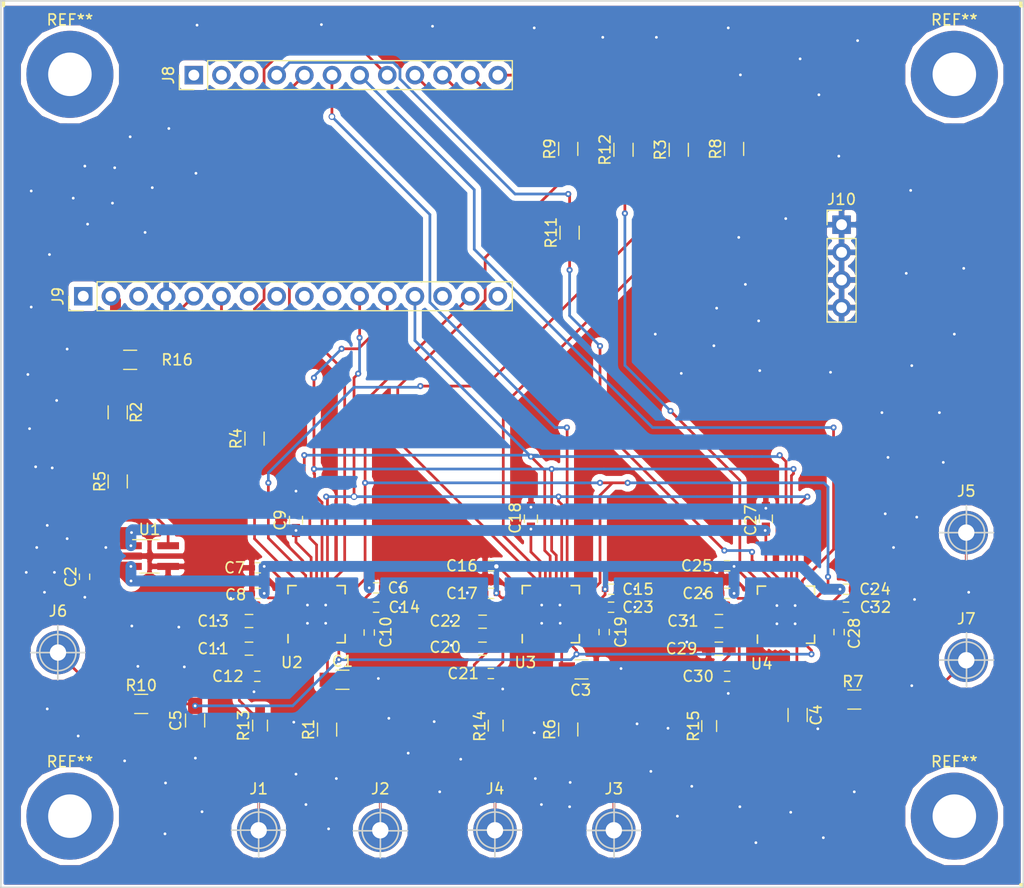
<source format=kicad_pcb>
(kicad_pcb (version 4) (host pcbnew 4.0.7)
  (layers (0 F.Cu signal) (31 B.Cu signal) (35 F.Paste user hide) (37 F.SilkS user hide) (39 F.Mask user hide) (44 Edge.Cuts user))
  (net 0 "")
  (net 1 /ECGP_1_R)
  (net 2 Earth)
  (net 3 +1V8)
  (net 4 /ECGP_2_R)
  (net 5 /ECGP_3_R)
  (net 6 /ECGN_R)
  (net 7 +3V3)
  (net 8 /EKG_1/CAPP)
  (net 9 /EKG_1/CAPN)
  (net 10 /EKG_1/VCM_R)
  (net 11 /EKG_1/VBG)
  (net 12 /EKG_1/VREF)
  (net 13 /EKG_1/PLL)
  (net 14 /EKG_2/CAPP)
  (net 15 /EKG_2/CAPN)
  (net 16 /EKG_2/VCM_R)
  (net 17 /EKG_2/VBG)
  (net 18 /EKG_2/VREF)
  (net 19 /EKG_2/PLL)
  (net 20 /EKG_3/CAPP)
  (net 21 /EKG_3/CAPN)
  (net 22 /EKG_3/VCM_R)
  (net 23 /EKG_3/VBG)
  (net 24 /EKG_3/VREF)
  (net 25 /EKG_3/PLL)
  (net 26 /VCM_1)
  (net 27 /ECGP_2)
  (net 28 /ECGP_3)
  (net 29 /ECGN)
  (net 30 "Net-(J8-Pad1)")
  (net 31 /PP3V3_EN)
  (net 32 "Net-(J8-Pad3)")
  (net 33 /INT2B_3)
  (net 34 /CS_1)
  (net 35 /CS_2)
  (net 36 /CS_3)
  (net 37 /INTB_1)
  (net 38 /INTB_2)
  (net 39 /INTB_3)
  (net 40 /INT2B_1)
  (net 41 /INT2B_2)
  (net 42 "Net-(J9-Pad1)")
  (net 43 /AIN_1)
  (net 44 /GPIO_14)
  (net 45 /SHDN_L)
  (net 46 /GPIO_16)
  (net 47 /GPIO_17)
  (net 48 /GPIO_18)
  (net 49 /GPIO_19)
  (net 50 /SCLK)
  (net 51 /MOSI)
  (net 52 /MISO)
  (net 53 /GPIO_0)
  (net 54 /FCLK)
  (net 55 /ECGP_1)
  (net 56 /SHDN_L_R)
  (net 57 /INT2B_1_R)
  (net 58 /INTB_1_R)
  (net 59 /INT2B_2_R)
  (net 60 /INTB_2_R)
  (net 61 /INT2B_3_R)
  (net 62 /INTB_3_R)
  (net 63 /VCM_2)
  (net 64 "Net-(J9-Pad16)")
  (net 65 /VCM_3)
  (module Mounting_Holes:MountingHole_4mm_Pad (layer F.Cu) (at 201.0918 130.5814)
    (fp_text reference REF** (at 0 -5) (layer F.SilkS))
    (fp_text value MountingHole_4mm_Pad)
    (pad 1 thru_hole circle (at 0 0) (size 8 8) (drill 4) (layers *.Cu *.Mask))
  )
  (module Mounting_Holes:MountingHole_4mm_Pad (layer F.Cu) (at 119.8118 130.5814)
    (fp_text reference REF** (at 0 -5) (layer F.SilkS))
    (fp_text value MountingHole_4mm_Pad)
    (pad 1 thru_hole circle (at 0 0) (size 8 8) (drill 4) (layers *.Cu *.Mask))
  )
  (module Mounting_Holes:MountingHole_4mm_Pad (layer F.Cu) (at 201.0918 62.4078)
    (fp_text reference REF** (at 0 -5) (layer F.SilkS))
    (fp_text value MountingHole_4mm_Pad)
    (pad 1 thru_hole circle (at 0 0) (size 8 8) (drill 4) (layers *.Cu *.Mask))
  )
  (module Resistors_SMD:R_0805_HandSoldering (layer F.Cu) (at 144.86 118.0465)
    (fp_text reference C1 (at 0 -1.7) (layer F.SilkS))
    (fp_text value 10pF)
    (pad 1 smd rect (at -1.35 0) (size 1.5 1.3) (layers F.Cu F.Paste F.Mask) (net 1 /ECGP_1_R))
    (pad 2 smd rect (at 1.35 0) (size 1.5 1.3) (layers F.Cu F.Paste F.Mask) (net 2 Earth))
  )
  (module Capacitors_SMD:C_0402 (layer F.Cu) (at 121.158 108.585 270)
    (fp_text reference C2 (at 0 1.27 270) (layer F.SilkS))
    (fp_text value 1uF)
    (pad 1 smd rect (at -0.55 0 270) (size 0.6 0.5) (layers F.Cu F.Paste F.Mask) (net 3 +1V8))
    (pad 2 smd rect (at 0.55 0 270) (size 0.6 0.5) (layers F.Cu F.Paste F.Mask) (net 2 Earth))
  )
  (module Resistors_SMD:R_0805_HandSoldering (layer F.Cu) (at 166.831 117.094)
    (fp_text reference C3 (at -0.08 1.905) (layer F.SilkS))
    (fp_text value 10pF)
    (pad 1 smd rect (at -1.35 0) (size 1.5 1.3) (layers F.Cu F.Paste F.Mask) (net 4 /ECGP_2_R))
    (pad 2 smd rect (at 1.35 0) (size 1.5 1.3) (layers F.Cu F.Paste F.Mask) (net 2 Earth))
  )
  (module Resistors_SMD:R_0805_HandSoldering (layer F.Cu) (at 186.69 121.285 270)
    (fp_text reference C4 (at 0 -1.7 450) (layer F.SilkS))
    (fp_text value 10pF)
    (pad 1 smd rect (at -1.35 0 270) (size 1.5 1.3) (layers F.Cu F.Paste F.Mask) (net 5 /ECGP_3_R))
    (pad 2 smd rect (at 1.35 0 270) (size 1.5 1.3) (layers F.Cu F.Paste F.Mask) (net 2 Earth))
  )
  (module Resistors_SMD:R_0805_HandSoldering (layer F.Cu) (at 131.318 121.793 270)
    (fp_text reference C5 (at 0 1.778 270) (layer F.SilkS))
    (fp_text value 10pF)
    (pad 1 smd rect (at -1.35 0 270) (size 1.5 1.3) (layers F.Cu F.Paste F.Mask) (net 6 /ECGN_R))
    (pad 2 smd rect (at 1.35 0 270) (size 1.5 1.3) (layers F.Cu F.Paste F.Mask) (net 2 Earth))
  )
  (module Capacitors_SMD:C_0402 (layer F.Cu) (at 147.955 109.601)
    (fp_text reference C6 (at 2.032 0 180) (layer F.SilkS))
    (fp_text value 1uF)
    (pad 1 smd rect (at -0.55 0) (size 0.6 0.5) (layers F.Cu F.Paste F.Mask) (net 3 +1V8))
    (pad 2 smd rect (at 0.55 0) (size 0.6 0.5) (layers F.Cu F.Paste F.Mask) (net 2 Earth))
  )
  (module Capacitors_SMD:C_0402 (layer F.Cu) (at 137.075 107.7595 180)
    (fp_text reference C7 (at 2.117 0 360) (layer F.SilkS))
    (fp_text value 1uF)
    (pad 1 smd rect (at -0.55 0 180) (size 0.6 0.5) (layers F.Cu F.Paste F.Mask) (net 3 +1V8))
    (pad 2 smd rect (at 0.55 0 180) (size 0.6 0.5) (layers F.Cu F.Paste F.Mask) (net 2 Earth))
  )
  (module Capacitors_SMD:C_0402 (layer F.Cu) (at 137.075 110.109 180)
    (fp_text reference C8 (at 2.032 -0.127 360) (layer F.SilkS))
    (fp_text value 0.1uF)
    (pad 1 smd rect (at -0.55 0 180) (size 0.6 0.5) (layers F.Cu F.Paste F.Mask) (net 3 +1V8))
    (pad 2 smd rect (at 0.55 0 180) (size 0.6 0.5) (layers F.Cu F.Paste F.Mask) (net 2 Earth))
  )
  (module Capacitors_SMD:C_0603_HandSoldering (layer F.Cu) (at 140.589 103.378 90)
    (fp_text reference C9 (at 0 -1.4605 90) (layer F.SilkS))
    (fp_text value 10uF)
    (pad 1 smd rect (at -0.95 0 90) (size 1.2 0.75) (layers F.Cu F.Paste F.Mask) (net 7 +3V3))
    (pad 2 smd rect (at 0.95 0 90) (size 1.2 0.75) (layers F.Cu F.Paste F.Mask) (net 2 Earth))
  )
  (module Capacitors_SMD:C_0402 (layer F.Cu) (at 147.32 113.707 90)
    (fp_text reference C10 (at 0.042 1.524 90) (layer F.SilkS))
    (fp_text value 1uF)
    (pad 1 smd rect (at -0.55 0 90) (size 0.6 0.5) (layers F.Cu F.Paste F.Mask) (net 8 /EKG_1/CAPP))
    (pad 2 smd rect (at 0.55 0 90) (size 0.6 0.5) (layers F.Cu F.Paste F.Mask) (net 9 /EKG_1/CAPN))
  )
  (module Capacitors_SMD:C_0603_HandSoldering (layer F.Cu) (at 136.271 115.189 180)
    (fp_text reference C11 (at 3.3 0 180) (layer F.SilkS))
    (fp_text value 10uF)
    (pad 1 smd rect (at -0.95 0 180) (size 1.2 0.75) (layers F.Cu F.Paste F.Mask) (net 10 /EKG_1/VCM_R))
    (pad 2 smd rect (at 0.95 0 180) (size 1.2 0.75) (layers F.Cu F.Paste F.Mask) (net 2 Earth))
  )
  (module Capacitors_SMD:C_0402 (layer F.Cu) (at 137.033 117.729 180)
    (fp_text reference C12 (at 2.704769 0 180) (layer F.SilkS))
    (fp_text value 1uF)
    (pad 1 smd rect (at -0.55 0 180) (size 0.6 0.5) (layers F.Cu F.Paste F.Mask) (net 11 /EKG_1/VBG))
    (pad 2 smd rect (at 0.55 0 180) (size 0.6 0.5) (layers F.Cu F.Paste F.Mask) (net 2 Earth))
  )
  (module Capacitors_SMD:C_0603_HandSoldering (layer F.Cu) (at 136.271 112.649 180)
    (fp_text reference C13 (at 3.3 0 180) (layer F.SilkS))
    (fp_text value 10uF)
    (pad 1 smd rect (at -0.95 0 180) (size 1.2 0.75) (layers F.Cu F.Paste F.Mask) (net 12 /EKG_1/VREF))
    (pad 2 smd rect (at 0.95 0 180) (size 1.2 0.75) (layers F.Cu F.Paste F.Mask) (net 2 Earth))
  )
  (module Capacitors_SMD:C_0402 (layer F.Cu) (at 147.955 111.379)
    (fp_text reference C14 (at 2.582 0 180) (layer F.SilkS))
    (fp_text value 1000pF)
    (pad 1 smd rect (at -0.55 0) (size 0.6 0.5) (layers F.Cu F.Paste F.Mask) (net 13 /EKG_1/PLL))
    (pad 2 smd rect (at 0.55 0) (size 0.6 0.5) (layers F.Cu F.Paste F.Mask) (net 2 Earth))
  )
  (module Capacitors_SMD:C_0402 (layer F.Cu) (at 169.545 109.728)
    (fp_text reference C15 (at 2.4765 0) (layer F.SilkS))
    (fp_text value 1uF)
    (pad 1 smd rect (at -0.55 0) (size 0.6 0.5) (layers F.Cu F.Paste F.Mask) (net 3 +1V8))
    (pad 2 smd rect (at 0.55 0) (size 0.6 0.5) (layers F.Cu F.Paste F.Mask) (net 2 Earth))
  )
  (module Capacitors_SMD:C_0402 (layer F.Cu) (at 158.5175 107.569 180)
    (fp_text reference C16 (at 2.6885 0 180) (layer F.SilkS))
    (fp_text value 1uF)
    (pad 1 smd rect (at -0.55 0 180) (size 0.6 0.5) (layers F.Cu F.Paste F.Mask) (net 3 +1V8))
    (pad 2 smd rect (at 0.55 0 180) (size 0.6 0.5) (layers F.Cu F.Paste F.Mask) (net 2 Earth))
  )
  (module Capacitors_SMD:C_0402 (layer F.Cu) (at 158.5175 110.109 180)
    (fp_text reference C17 (at 2.6885 0 180) (layer F.SilkS))
    (fp_text value 0.1uF)
    (pad 1 smd rect (at -0.55 0 180) (size 0.6 0.5) (layers F.Cu F.Paste F.Mask) (net 3 +1V8))
    (pad 2 smd rect (at 0.55 0 180) (size 0.6 0.5) (layers F.Cu F.Paste F.Mask) (net 2 Earth))
  )
  (module Capacitors_SMD:C_0603_HandSoldering (layer F.Cu) (at 162.179 103.251 90)
    (fp_text reference C18 (at 0.066 -1.452786 90) (layer F.SilkS))
    (fp_text value 10uF)
    (pad 1 smd rect (at -0.95 0 90) (size 1.2 0.75) (layers F.Cu F.Paste F.Mask) (net 7 +3V3))
    (pad 2 smd rect (at 0.95 0 90) (size 1.2 0.75) (layers F.Cu F.Paste F.Mask) (net 2 Earth))
  )
  (module Capacitors_SMD:C_0402 (layer F.Cu) (at 168.91 113.665 90)
    (fp_text reference C19 (at 0 1.524 90) (layer F.SilkS))
    (fp_text value 1uF)
    (pad 1 smd rect (at -0.55 0 90) (size 0.6 0.5) (layers F.Cu F.Paste F.Mask) (net 14 /EKG_2/CAPP))
    (pad 2 smd rect (at 0.55 0 90) (size 0.6 0.5) (layers F.Cu F.Paste F.Mask) (net 15 /EKG_2/CAPN))
  )
  (module Capacitors_SMD:C_0603_HandSoldering (layer F.Cu) (at 157.726286 115.189 180)
    (fp_text reference C20 (at 3.421286 0.127 180) (layer F.SilkS))
    (fp_text value 10uF)
    (pad 1 smd rect (at -0.95 0 180) (size 1.2 0.75) (layers F.Cu F.Paste F.Mask) (net 16 /EKG_2/VCM_R))
    (pad 2 smd rect (at 0.95 0 180) (size 1.2 0.75) (layers F.Cu F.Paste F.Mask) (net 2 Earth))
  )
  (module Capacitors_SMD:C_0402 (layer F.Cu) (at 158.496 117.475 180)
    (fp_text reference C21 (at 2.54 0 180) (layer F.SilkS))
    (fp_text value 1uF)
    (pad 1 smd rect (at -0.55 0 180) (size 0.6 0.5) (layers F.Cu F.Paste F.Mask) (net 17 /EKG_2/VBG))
    (pad 2 smd rect (at 0.55 0 180) (size 0.6 0.5) (layers F.Cu F.Paste F.Mask) (net 2 Earth))
  )
  (module Capacitors_SMD:C_0603_HandSoldering (layer F.Cu) (at 157.7365 112.7125 180)
    (fp_text reference C22 (at 3.4315 0.0635 180) (layer F.SilkS))
    (fp_text value 10uF)
    (pad 1 smd rect (at -0.95 0 180) (size 1.2 0.75) (layers F.Cu F.Paste F.Mask) (net 18 /EKG_2/VREF))
    (pad 2 smd rect (at 0.95 0 180) (size 1.2 0.75) (layers F.Cu F.Paste F.Mask) (net 2 Earth))
  )
  (module Capacitors_SMD:C_0402 (layer F.Cu) (at 169.545 111.379)
    (fp_text reference C23 (at 2.4765 0) (layer F.SilkS))
    (fp_text value 1000pF)
    (pad 1 smd rect (at -0.55 0) (size 0.6 0.5) (layers F.Cu F.Paste F.Mask) (net 19 /EKG_2/PLL))
    (pad 2 smd rect (at 0.55 0) (size 0.6 0.5) (layers F.Cu F.Paste F.Mask) (net 2 Earth))
  )
  (module Capacitors_SMD:C_0402 (layer F.Cu) (at 191.135 109.728)
    (fp_text reference C24 (at 2.667 0) (layer F.SilkS))
    (fp_text value 1uF)
    (pad 1 smd rect (at -0.55 0) (size 0.6 0.5) (layers F.Cu F.Paste F.Mask) (net 3 +1V8))
    (pad 2 smd rect (at 0.55 0) (size 0.6 0.5) (layers F.Cu F.Paste F.Mask) (net 2 Earth))
  )
  (module Capacitors_SMD:C_0402 (layer F.Cu) (at 180.213 107.569 180)
    (fp_text reference C25 (at 2.794 0 180) (layer F.SilkS))
    (fp_text value 1uF)
    (pad 1 smd rect (at -0.55 0 180) (size 0.6 0.5) (layers F.Cu F.Paste F.Mask) (net 3 +1V8))
    (pad 2 smd rect (at 0.55 0 180) (size 0.6 0.5) (layers F.Cu F.Paste F.Mask) (net 2 Earth))
  )
  (module Capacitors_SMD:C_0402 (layer F.Cu) (at 180.213 110.109 180)
    (fp_text reference C26 (at 2.667 0 360) (layer F.SilkS))
    (fp_text value 0.1uF)
    (pad 1 smd rect (at -0.55 0 180) (size 0.6 0.5) (layers F.Cu F.Paste F.Mask) (net 3 +1V8))
    (pad 2 smd rect (at 0.55 0 180) (size 0.6 0.5) (layers F.Cu F.Paste F.Mask) (net 2 Earth))
  )
  (module Capacitors_SMD:C_0603_HandSoldering (layer F.Cu) (at 183.769 103.251 90)
    (fp_text reference C27 (at -0.127 -1.397 90) (layer F.SilkS))
    (fp_text value 10uF)
    (pad 1 smd rect (at -0.95 0 90) (size 1.2 0.75) (layers F.Cu F.Paste F.Mask) (net 7 +3V3))
    (pad 2 smd rect (at 0.95 0 90) (size 1.2 0.75) (layers F.Cu F.Paste F.Mask) (net 2 Earth))
  )
  (module Capacitors_SMD:C_0402 (layer F.Cu) (at 190.5 113.665 90)
    (fp_text reference C28 (at -0.127 1.397 90) (layer F.SilkS))
    (fp_text value 1uF)
    (pad 1 smd rect (at -0.55 0 90) (size 0.6 0.5) (layers F.Cu F.Paste F.Mask) (net 20 /EKG_3/CAPP))
    (pad 2 smd rect (at 0.55 0 90) (size 0.6 0.5) (layers F.Cu F.Paste F.Mask) (net 21 /EKG_3/CAPN))
  )
  (module Capacitors_SMD:C_0603_HandSoldering (layer F.Cu) (at 179.451 115.189 180)
    (fp_text reference C29 (at 3.429 0 180) (layer F.SilkS))
    (fp_text value 10uF)
    (pad 1 smd rect (at -0.95 0 180) (size 1.2 0.75) (layers F.Cu F.Paste F.Mask) (net 22 /EKG_3/VCM_R))
    (pad 2 smd rect (at 0.95 0 180) (size 1.2 0.75) (layers F.Cu F.Paste F.Mask) (net 2 Earth))
  )
  (module Capacitors_SMD:C_0402 (layer F.Cu) (at 180.213 117.729 180)
    (fp_text reference C30 (at 2.667 0 180) (layer F.SilkS))
    (fp_text value 1uF)
    (pad 1 smd rect (at -0.55 0 180) (size 0.6 0.5) (layers F.Cu F.Paste F.Mask) (net 23 /EKG_3/VBG))
    (pad 2 smd rect (at 0.55 0 180) (size 0.6 0.5) (layers F.Cu F.Paste F.Mask) (net 2 Earth))
  )
  (module Capacitors_SMD:C_0603_HandSoldering (layer F.Cu) (at 179.451 112.649 180)
    (fp_text reference C31 (at 3.302 0 180) (layer F.SilkS))
    (fp_text value 10uF)
    (pad 1 smd rect (at -0.95 0 180) (size 1.2 0.75) (layers F.Cu F.Paste F.Mask) (net 24 /EKG_3/VREF))
    (pad 2 smd rect (at 0.95 0 180) (size 1.2 0.75) (layers F.Cu F.Paste F.Mask) (net 2 Earth))
  )
  (module Capacitors_SMD:C_0402 (layer F.Cu) (at 191.135 111.379)
    (fp_text reference C32 (at 2.709 0) (layer F.SilkS))
    (fp_text value 1000pF)
    (pad 1 smd rect (at -0.55 0) (size 0.6 0.5) (layers F.Cu F.Paste F.Mask) (net 25 /EKG_3/PLL))
    (pad 2 smd rect (at 0.55 0) (size 0.6 0.5) (layers F.Cu F.Paste F.Mask) (net 2 Earth))
  )
  (module Wire_Pads:SolderWirePad_single_1-5mmDrill (layer F.Cu) (at 137.16 131.8806)
    (fp_text reference J1 (at 0 -3.81) (layer F.SilkS))
    (fp_text value Screw_Terminal_01x01)
    (pad 1 thru_hole circle (at 0 0) (size 4.0005 4.0005) (drill 1.50114) (layers *.Cu *.Mask) (net 26 /VCM_1))
  )
  (module Wire_Pads:SolderWirePad_single_1-5mmDrill (layer F.Cu) (at 169.799 131.8806)
    (fp_text reference J3 (at 0 -3.81) (layer F.SilkS))
    (fp_text value Screw_Terminal_01x01)
    (pad 1 thru_hole circle (at 0 0) (size 4.0005 4.0005) (drill 1.50114) (layers *.Cu *.Mask) (net 27 /ECGP_2))
  )
  (module Wire_Pads:SolderWirePad_single_1-5mmDrill (layer F.Cu) (at 158.877 131.8806)
    (fp_text reference J4 (at 0 -3.81) (layer F.SilkS))
    (fp_text value Conn_01x01)
    (pad 1 thru_hole circle (at 0 0) (size 4.0005 4.0005) (drill 1.50114) (layers *.Cu *.Mask) (net 63 /VCM_2))
  )
  (module Wire_Pads:SolderWirePad_single_1-5mmDrill (layer F.Cu) (at 202.1878 104.521)
    (fp_text reference J5 (at 0 -3.81) (layer F.SilkS))
    (fp_text value Screw_Terminal_01x01)
    (pad 1 thru_hole circle (at 0 0) (size 4.0005 4.0005) (drill 1.50114) (layers *.Cu *.Mask) (net 28 /ECGP_3))
  )
  (module Wire_Pads:SolderWirePad_single_1-5mmDrill (layer F.Cu) (at 118.7158 115.5446)
    (fp_text reference J6 (at 0 -3.81) (layer F.SilkS))
    (fp_text value Screw_Terminal_01x01)
    (pad 1 thru_hole circle (at 0 0) (size 4.0005 4.0005) (drill 1.50114) (layers *.Cu *.Mask) (net 29 /ECGN))
  )
  (module Wire_Pads:SolderWirePad_single_1-5mmDrill (layer F.Cu) (at 202.1878 116.2558)
    (fp_text reference J7 (at 0 -3.81) (layer F.SilkS))
    (fp_text value Conn_01x01)
    (pad 1 thru_hole circle (at 0 0) (size 4.0005 4.0005) (drill 1.50114) (layers *.Cu *.Mask) (net 65 /VCM_3))
  )
  (module Pin_Headers:Pin_Header_Straight_1x12_Pitch2.54mm (layer F.Cu) (at 131.199609 62.481479 90)
    (fp_text reference J8 (at 0 -2.33 90) (layer F.SilkS))
    (fp_text value Conn_01x12)
    (pad 1 thru_hole rect (at 0 0 90) (size 1.7 1.7) (drill 1) (layers *.Cu *.Mask) (net 30 "Net-(J8-Pad1)"))
    (pad 2 thru_hole oval (at 0 2.54 90) (size 1.7 1.7) (drill 1) (layers *.Cu *.Mask) (net 31 /PP3V3_EN))
    (pad 3 thru_hole oval (at 0 5.08 90) (size 1.7 1.7) (drill 1) (layers *.Cu *.Mask) (net 32 "Net-(J8-Pad3)"))
    (pad 4 thru_hole oval (at 0 7.62 90) (size 1.7 1.7) (drill 1) (layers *.Cu *.Mask) (net 33 /INT2B_3))
    (pad 5 thru_hole oval (at 0 10.16 90) (size 1.7 1.7) (drill 1) (layers *.Cu *.Mask) (net 34 /CS_1))
    (pad 6 thru_hole oval (at 0 12.7 90) (size 1.7 1.7) (drill 1) (layers *.Cu *.Mask) (net 35 /CS_2))
    (pad 7 thru_hole oval (at 0 15.24 90) (size 1.7 1.7) (drill 1) (layers *.Cu *.Mask) (net 36 /CS_3))
    (pad 8 thru_hole oval (at 0 17.78 90) (size 1.7 1.7) (drill 1) (layers *.Cu *.Mask) (net 37 /INTB_1))
    (pad 9 thru_hole oval (at 0 20.32 90) (size 1.7 1.7) (drill 1) (layers *.Cu *.Mask) (net 38 /INTB_2))
    (pad 10 thru_hole oval (at 0 22.86 90) (size 1.7 1.7) (drill 1) (layers *.Cu *.Mask) (net 39 /INTB_3))
    (pad 11 thru_hole oval (at 0 25.4 90) (size 1.7 1.7) (drill 1) (layers *.Cu *.Mask) (net 40 /INT2B_1))
    (pad 12 thru_hole oval (at 0 27.94 90) (size 1.7 1.7) (drill 1) (layers *.Cu *.Mask) (net 41 /INT2B_2))
  )
  (module Pin_Headers:Pin_Header_Straight_1x16_Pitch2.54mm (layer F.Cu) (at 121.039609 82.801479 90)
    (fp_text reference J9 (at 0 -2.33 90) (layer F.SilkS))
    (fp_text value Conn_01x16)
    (pad 1 thru_hole rect (at 0 0 90) (size 1.7 1.7) (drill 1) (layers *.Cu *.Mask) (net 42 "Net-(J9-Pad1)"))
    (pad 2 thru_hole oval (at 0 2.54 90) (size 1.7 1.7) (drill 1) (layers *.Cu *.Mask) (net 7 +3V3))
    (pad 3 thru_hole oval (at 0 5.08 90) (size 1.7 1.7) (drill 1) (layers *.Cu *.Mask) (net 43 /AIN_1))
    (pad 4 thru_hole oval (at 0 7.62 90) (size 1.7 1.7) (drill 1) (layers *.Cu *.Mask) (net 2 Earth))
    (pad 5 thru_hole oval (at 0 10.16 90) (size 1.7 1.7) (drill 1) (layers *.Cu *.Mask) (net 44 /GPIO_14))
    (pad 6 thru_hole oval (at 0 12.7 90) (size 1.7 1.7) (drill 1) (layers *.Cu *.Mask) (net 45 /SHDN_L))
    (pad 7 thru_hole oval (at 0 15.24 90) (size 1.7 1.7) (drill 1) (layers *.Cu *.Mask) (net 46 /GPIO_16))
    (pad 8 thru_hole oval (at 0 17.78 90) (size 1.7 1.7) (drill 1) (layers *.Cu *.Mask) (net 47 /GPIO_17))
    (pad 9 thru_hole oval (at 0 20.32 90) (size 1.7 1.7) (drill 1) (layers *.Cu *.Mask) (net 48 /GPIO_18))
    (pad 10 thru_hole oval (at 0 22.86 90) (size 1.7 1.7) (drill 1) (layers *.Cu *.Mask) (net 49 /GPIO_19))
    (pad 11 thru_hole oval (at 0 25.4 90) (size 1.7 1.7) (drill 1) (layers *.Cu *.Mask) (net 50 /SCLK))
    (pad 12 thru_hole oval (at 0 27.94 90) (size 1.7 1.7) (drill 1) (layers *.Cu *.Mask) (net 51 /MOSI))
    (pad 13 thru_hole oval (at 0 30.48 90) (size 1.7 1.7) (drill 1) (layers *.Cu *.Mask) (net 52 /MISO))
    (pad 14 thru_hole oval (at 0 33.02 90) (size 1.7 1.7) (drill 1) (layers *.Cu *.Mask) (net 53 /GPIO_0))
    (pad 15 thru_hole oval (at 0 35.56 90) (size 1.7 1.7) (drill 1) (layers *.Cu *.Mask) (net 54 /FCLK))
    (pad 16 thru_hole oval (at 0 38.1 90) (size 1.7 1.7) (drill 1) (layers *.Cu *.Mask) (net 64 "Net-(J9-Pad16)"))
  )
  (module Pin_Headers:Pin_Header_Straight_1x04_Pitch2.54mm (layer F.Cu) (at 190.7286 76.2254)
    (fp_text reference J10 (at 0 -2.33) (layer F.SilkS))
    (fp_text value Conn_01x04)
    (pad 1 thru_hole rect (at 0 0) (size 1.7 1.7) (drill 1) (layers *.Cu *.Mask) (net 2 Earth))
    (pad 2 thru_hole oval (at 0 2.54) (size 1.7 1.7) (drill 1) (layers *.Cu *.Mask) (net 2 Earth))
    (pad 3 thru_hole oval (at 0 5.08) (size 1.7 1.7) (drill 1) (layers *.Cu *.Mask) (net 2 Earth))
    (pad 4 thru_hole oval (at 0 7.62) (size 1.7 1.7) (drill 1) (layers *.Cu *.Mask) (net 2 Earth))
  )
  (module Resistors_SMD:R_0805_HandSoldering (layer F.Cu) (at 143.4465 122.628161 90)
    (fp_text reference R1 (at 0 -1.7 90) (layer F.SilkS))
    (fp_text value 49.9k)
    (pad 1 smd rect (at -1.35 0 90) (size 1.5 1.3) (layers F.Cu F.Paste F.Mask) (net 55 /ECGP_1))
    (pad 2 smd rect (at 1.35 0 90) (size 1.5 1.3) (layers F.Cu F.Paste F.Mask) (net 1 /ECGP_1_R))
  )
  (module Resistors_SMD:R_0805_HandSoldering (layer F.Cu) (at 124.206 93.472 270)
    (fp_text reference R2 (at 0 -1.7 270) (layer F.SilkS))
    (fp_text value 0)
    (pad 1 smd rect (at -1.35 0 270) (size 1.5 1.3) (layers F.Cu F.Paste F.Mask) (net 7 +3V3))
    (pad 2 smd rect (at 1.35 0 270) (size 1.5 1.3) (layers F.Cu F.Paste F.Mask) (net 56 /SHDN_L_R))
  )
  (module Resistors_SMD:R_0805_HandSoldering (layer F.Cu) (at 175.768 69.342 90)
    (fp_text reference R3 (at 0 -1.7 90) (layer F.SilkS))
    (fp_text value 0)
    (pad 1 smd rect (at -1.35 0 90) (size 1.5 1.3) (layers F.Cu F.Paste F.Mask) (net 57 /INT2B_1_R))
    (pad 2 smd rect (at 1.35 0 90) (size 1.5 1.3) (layers F.Cu F.Paste F.Mask) (net 40 /INT2B_1))
  )
  (module Resistors_SMD:R_0805_HandSoldering (layer F.Cu) (at 136.779 95.885 90)
    (fp_text reference R4 (at 0 -1.7 90) (layer F.SilkS))
    (fp_text value 0)
    (pad 1 smd rect (at -1.35 0 90) (size 1.5 1.3) (layers F.Cu F.Paste F.Mask) (net 58 /INTB_1_R))
    (pad 2 smd rect (at 1.35 0 90) (size 1.5 1.3) (layers F.Cu F.Paste F.Mask) (net 37 /INTB_1))
  )
  (module Resistors_SMD:R_0805_HandSoldering (layer F.Cu) (at 124.206 99.822 270)
    (fp_text reference R5 (at 0 1.651 450) (layer F.SilkS))
    (fp_text value 0)
    (pad 1 smd rect (at -1.35 0 270) (size 1.5 1.3) (layers F.Cu F.Paste F.Mask) (net 45 /SHDN_L))
    (pad 2 smd rect (at 1.35 0 270) (size 1.5 1.3) (layers F.Cu F.Paste F.Mask) (net 56 /SHDN_L_R))
  )
  (module Resistors_SMD:R_0805_HandSoldering (layer F.Cu) (at 165.608 122.6185 90)
    (fp_text reference R6 (at 0 -1.7 90) (layer F.SilkS))
    (fp_text value 49.9k)
    (pad 1 smd rect (at -1.35 0 90) (size 1.5 1.3) (layers F.Cu F.Paste F.Mask) (net 27 /ECGP_2))
    (pad 2 smd rect (at 1.35 0 90) (size 1.5 1.3) (layers F.Cu F.Paste F.Mask) (net 4 /ECGP_2_R))
  )
  (module Resistors_SMD:R_0805_HandSoldering (layer F.Cu) (at 191.897 119.8626 180)
    (fp_text reference R7 (at 0.127 1.651 360) (layer F.SilkS))
    (fp_text value 49.9k)
    (pad 1 smd rect (at -1.35 0 180) (size 1.5 1.3) (layers F.Cu F.Paste F.Mask) (net 28 /ECGP_3))
    (pad 2 smd rect (at 1.35 0 180) (size 1.5 1.3) (layers F.Cu F.Paste F.Mask) (net 5 /ECGP_3_R))
  )
  (module Resistors_SMD:R_0805_HandSoldering (layer F.Cu) (at 180.848 69.262 90)
    (fp_text reference R8 (at 0 -1.7 90) (layer F.SilkS))
    (fp_text value 0)
    (pad 1 smd rect (at -1.35 0 90) (size 1.5 1.3) (layers F.Cu F.Paste F.Mask) (net 59 /INT2B_2_R))
    (pad 2 smd rect (at 1.35 0 90) (size 1.5 1.3) (layers F.Cu F.Paste F.Mask) (net 41 /INT2B_2))
  )
  (module Resistors_SMD:R_0805_HandSoldering (layer F.Cu) (at 165.608 69.262 90)
    (fp_text reference R9 (at 0 -1.7 90) (layer F.SilkS))
    (fp_text value 0)
    (pad 1 smd rect (at -1.35 0 90) (size 1.5 1.3) (layers F.Cu F.Paste F.Mask) (net 60 /INTB_2_R))
    (pad 2 smd rect (at 1.35 0 90) (size 1.5 1.3) (layers F.Cu F.Paste F.Mask) (net 38 /INTB_2))
  )
  (module Resistors_SMD:R_0805_HandSoldering (layer F.Cu) (at 126.365 120.269)
    (fp_text reference R10 (at 0 -1.7) (layer F.SilkS))
    (fp_text value 49.9k)
    (pad 1 smd rect (at -1.35 0) (size 1.5 1.3) (layers F.Cu F.Paste F.Mask) (net 29 /ECGN))
    (pad 2 smd rect (at 1.35 0) (size 1.5 1.3) (layers F.Cu F.Paste F.Mask) (net 6 /ECGN_R))
  )
  (module Resistors_SMD:R_0805_HandSoldering (layer F.Cu) (at 165.735 76.962 90)
    (fp_text reference R11 (at 0 -1.7 90) (layer F.SilkS))
    (fp_text value 0)
    (pad 1 smd rect (at -1.35 0 90) (size 1.5 1.3) (layers F.Cu F.Paste F.Mask) (net 61 /INT2B_3_R))
    (pad 2 smd rect (at 1.35 0 90) (size 1.5 1.3) (layers F.Cu F.Paste F.Mask) (net 33 /INT2B_3))
  )
  (module Resistors_SMD:R_0805_HandSoldering (layer F.Cu) (at 170.688 69.342 90)
    (fp_text reference R12 (at 0 -1.7 90) (layer F.SilkS))
    (fp_text value 0)
    (pad 1 smd rect (at -1.35 0 90) (size 1.5 1.3) (layers F.Cu F.Paste F.Mask) (net 62 /INTB_3_R))
    (pad 2 smd rect (at 1.35 0 90) (size 1.5 1.3) (layers F.Cu F.Paste F.Mask) (net 39 /INTB_3))
  )
  (module Resistors_SMD:R_0603_HandSoldering (layer F.Cu) (at 137.287 122.258 90)
    (fp_text reference R13 (at 0 -1.524 90) (layer F.SilkS))
    (fp_text value 499k)
    (pad 1 smd rect (at -1.1 0 90) (size 1.2 0.9) (layers F.Cu F.Paste F.Mask) (net 26 /VCM_1))
    (pad 2 smd rect (at 1.1 0 90) (size 1.2 0.9) (layers F.Cu F.Paste F.Mask) (net 10 /EKG_1/VCM_R))
  )
  (module Resistors_SMD:R_0603_HandSoldering (layer F.Cu) (at 158.9405 122.258 90)
    (fp_text reference R14 (at -0.043 -1.4605 90) (layer F.SilkS))
    (fp_text value 499k)
    (pad 1 smd rect (at -1.1 0 90) (size 1.2 0.9) (layers F.Cu F.Paste F.Mask) (net 63 /VCM_2))
    (pad 2 smd rect (at 1.1 0 90) (size 1.2 0.9) (layers F.Cu F.Paste F.Mask) (net 16 /EKG_2/VCM_R))
  )
  (module Resistors_SMD:R_0603_HandSoldering (layer F.Cu) (at 178.562 122.301 90)
    (fp_text reference R15 (at 0 -1.45 90) (layer F.SilkS))
    (fp_text value 499k)
    (pad 1 smd rect (at -1.1 0 90) (size 1.2 0.9) (layers F.Cu F.Paste F.Mask) (net 65 /VCM_3))
    (pad 2 smd rect (at 1.1 0 90) (size 1.2 0.9) (layers F.Cu F.Paste F.Mask) (net 22 /EKG_3/VCM_R))
  )
  (module TO_SOT_Packages_SMD:TSOT-23-5_HandSoldering (layer F.Cu) (at 127.127 106.68)
    (fp_text reference U1 (at 0 -2.45) (layer F.SilkS))
    (fp_text value MAX1726EUK18+)
    (pad 1 smd rect (at -1.71 -0.95) (size 2 0.65) (layers F.Cu F.Paste F.Mask) (net 7 +3V3))
    (pad 2 smd rect (at -1.71 0) (size 2 0.65) (layers F.Cu F.Paste F.Mask) (net 2 Earth))
    (pad 3 smd rect (at -1.71 0.95) (size 2 0.65) (layers F.Cu F.Paste F.Mask) (net 3 +1V8))
    (pad 4 smd rect (at 1.71 0.95) (size 2 0.65) (layers F.Cu F.Paste F.Mask) (net 2 Earth))
    (pad 5 smd rect (at 1.71 -0.95) (size 2 0.65) (layers F.Cu F.Paste F.Mask) (net 56 /SHDN_L_R))
  )
  (module Housings_DFN_QFN:QFN-28-1EP_5x5mm_Pitch0.5mm (layer F.Cu) (at 142.480269 112.019161 90)
    (fp_text reference U2 (at -4.439839 -2.272269 180) (layer F.SilkS))
    (fp_text value MAX30003)
    (pad 1 smd oval (at -2.45 -1.5 90) (size 0.85 0.3) (layers F.Cu F.Paste F.Mask) (net 2 Earth))
    (pad 2 smd oval (at -2.45 -1 90) (size 0.85 0.3) (layers F.Cu F.Paste F.Mask) (net 2 Earth))
    (pad 3 smd oval (at -2.45 -0.5 90) (size 0.85 0.3) (layers F.Cu F.Paste F.Mask) (net 2 Earth))
    (pad 4 smd oval (at -2.45 0 90) (size 0.85 0.3) (layers F.Cu F.Paste F.Mask) (net 2 Earth))
    (pad 5 smd oval (at -2.45 0.5 90) (size 0.85 0.3) (layers F.Cu F.Paste F.Mask) (net 2 Earth))
    (pad 6 smd oval (at -2.45 1 90) (size 0.85 0.3) (layers F.Cu F.Paste F.Mask) (net 1 /ECGP_1_R))
    (pad 7 smd oval (at -2.45 1.5 90) (size 0.85 0.3) (layers F.Cu F.Paste F.Mask) (net 6 /ECGN_R))
    (pad 8 smd oval (at -1.5 2.45 180) (size 0.85 0.3) (layers F.Cu F.Paste F.Mask) (net 2 Earth))
    (pad 9 smd oval (at -1 2.45 180) (size 0.85 0.3) (layers F.Cu F.Paste F.Mask) (net 8 /EKG_1/CAPP))
    (pad 10 smd oval (at -0.5 2.45 180) (size 0.85 0.3) (layers F.Cu F.Paste F.Mask) (net 9 /EKG_1/CAPN))
    (pad 11 smd oval (at 0 2.45 180) (size 0.85 0.3) (layers F.Cu F.Paste F.Mask) (net 13 /EKG_1/PLL))
    (pad 12 smd oval (at 0.5 2.45 180) (size 0.85 0.3) (layers F.Cu F.Paste F.Mask) (net 2 Earth))
    (pad 13 smd oval (at 1 2.45 180) (size 0.85 0.3) (layers F.Cu F.Paste F.Mask) (net 3 +1V8))
    (pad 14 smd oval (at 1.5 2.45 180) (size 0.85 0.3) (layers F.Cu F.Paste F.Mask) (net 54 /FCLK))
    (pad 15 smd oval (at 2.45 1.5 90) (size 0.85 0.3) (layers F.Cu F.Paste F.Mask) (net 34 /CS_1))
    (pad 16 smd oval (at 2.45 1 90) (size 0.85 0.3) (layers F.Cu F.Paste F.Mask) (net 50 /SCLK))
    (pad 17 smd oval (at 2.45 0.5 90) (size 0.85 0.3) (layers F.Cu F.Paste F.Mask) (net 51 /MOSI))
    (pad 18 smd oval (at 2.45 0 90) (size 0.85 0.3) (layers F.Cu F.Paste F.Mask) (net 52 /MISO))
    (pad 19 smd oval (at 2.45 -0.5 90) (size 0.85 0.3) (layers F.Cu F.Paste F.Mask) (net 7 +3V3))
    (pad 20 smd oval (at 2.45 -1 90) (size 0.85 0.3) (layers F.Cu F.Paste F.Mask) (net 57 /INT2B_1_R))
    (pad 21 smd oval (at 2.45 -1.5 90) (size 0.85 0.3) (layers F.Cu F.Paste F.Mask) (net 58 /INTB_1_R))
    (pad 22 smd oval (at 1.5 -2.45 180) (size 0.85 0.3) (layers F.Cu F.Paste F.Mask) (net 3 +1V8))
    (pad 23 smd oval (at 1 -2.45 180) (size 0.85 0.3) (layers F.Cu F.Paste F.Mask) (net 12 /EKG_1/VREF))
    (pad 24 smd oval (at 0.5 -2.45 180) (size 0.85 0.3) (layers F.Cu F.Paste F.Mask) (net 2 Earth))
    (pad 25 smd oval (at 0 -2.45 180) (size 0.85 0.3) (layers F.Cu F.Paste F.Mask) (net 10 /EKG_1/VCM_R))
    (pad 26 smd oval (at -0.5 -2.45 180) (size 0.85 0.3) (layers F.Cu F.Paste F.Mask) (net 2 Earth))
    (pad 27 smd oval (at -1 -2.45 180) (size 0.85 0.3) (layers F.Cu F.Paste F.Mask) (net 11 /EKG_1/VBG))
    (pad 28 smd oval (at -1.5 -2.45 180) (size 0.85 0.3) (layers F.Cu F.Paste F.Mask) (net 2 Earth))
    (pad 29 smd rect (at 0.8375 0.8375 90) (size 1.675 1.675) (layers F.Cu F.Paste F.Mask) (net 2 Earth))
    (pad 29 smd rect (at 0.8375 -0.8375 90) (size 1.675 1.675) (layers F.Cu F.Paste F.Mask) (net 2 Earth))
    (pad 29 smd rect (at -0.8375 0.8375 90) (size 1.675 1.675) (layers F.Cu F.Paste F.Mask) (net 2 Earth))
    (pad 29 smd rect (at -0.8375 -0.8375 90) (size 1.675 1.675) (layers F.Cu F.Paste F.Mask) (net 2 Earth))
  )
  (module Housings_DFN_QFN:QFN-28-1EP_5x5mm_Pitch0.5mm (layer F.Cu) (at 164.007625 112.019161 90)
    (fp_text reference U3 (at -4.439839 -2.336625 180) (layer F.SilkS))
    (fp_text value MAX30003)
    (pad 1 smd oval (at -2.45 -1.5 90) (size 0.85 0.3) (layers F.Cu F.Paste F.Mask) (net 2 Earth))
    (pad 2 smd oval (at -2.45 -1 90) (size 0.85 0.3) (layers F.Cu F.Paste F.Mask) (net 2 Earth))
    (pad 3 smd oval (at -2.45 -0.5 90) (size 0.85 0.3) (layers F.Cu F.Paste F.Mask) (net 2 Earth))
    (pad 4 smd oval (at -2.45 0 90) (size 0.85 0.3) (layers F.Cu F.Paste F.Mask) (net 2 Earth))
    (pad 5 smd oval (at -2.45 0.5 90) (size 0.85 0.3) (layers F.Cu F.Paste F.Mask) (net 2 Earth))
    (pad 6 smd oval (at -2.45 1 90) (size 0.85 0.3) (layers F.Cu F.Paste F.Mask) (net 4 /ECGP_2_R))
    (pad 7 smd oval (at -2.45 1.5 90) (size 0.85 0.3) (layers F.Cu F.Paste F.Mask) (net 6 /ECGN_R))
    (pad 8 smd oval (at -1.5 2.45 180) (size 0.85 0.3) (layers F.Cu F.Paste F.Mask) (net 2 Earth))
    (pad 9 smd oval (at -1 2.45 180) (size 0.85 0.3) (layers F.Cu F.Paste F.Mask) (net 14 /EKG_2/CAPP))
    (pad 10 smd oval (at -0.5 2.45 180) (size 0.85 0.3) (layers F.Cu F.Paste F.Mask) (net 15 /EKG_2/CAPN))
    (pad 11 smd oval (at 0 2.45 180) (size 0.85 0.3) (layers F.Cu F.Paste F.Mask) (net 19 /EKG_2/PLL))
    (pad 12 smd oval (at 0.5 2.45 180) (size 0.85 0.3) (layers F.Cu F.Paste F.Mask) (net 2 Earth))
    (pad 13 smd oval (at 1 2.45 180) (size 0.85 0.3) (layers F.Cu F.Paste F.Mask) (net 3 +1V8))
    (pad 14 smd oval (at 1.5 2.45 180) (size 0.85 0.3) (layers F.Cu F.Paste F.Mask) (net 54 /FCLK))
    (pad 15 smd oval (at 2.45 1.5 90) (size 0.85 0.3) (layers F.Cu F.Paste F.Mask) (net 35 /CS_2))
    (pad 16 smd oval (at 2.45 1 90) (size 0.85 0.3) (layers F.Cu F.Paste F.Mask) (net 50 /SCLK))
    (pad 17 smd oval (at 2.45 0.5 90) (size 0.85 0.3) (layers F.Cu F.Paste F.Mask) (net 51 /MOSI))
    (pad 18 smd oval (at 2.45 0 90) (size 0.85 0.3) (layers F.Cu F.Paste F.Mask) (net 52 /MISO))
    (pad 19 smd oval (at 2.45 -0.5 90) (size 0.85 0.3) (layers F.Cu F.Paste F.Mask) (net 7 +3V3))
    (pad 20 smd oval (at 2.45 -1 90) (size 0.85 0.3) (layers F.Cu F.Paste F.Mask) (net 59 /INT2B_2_R))
    (pad 21 smd oval (at 2.45 -1.5 90) (size 0.85 0.3) (layers F.Cu F.Paste F.Mask) (net 60 /INTB_2_R))
    (pad 22 smd oval (at 1.5 -2.45 180) (size 0.85 0.3) (layers F.Cu F.Paste F.Mask) (net 3 +1V8))
    (pad 23 smd oval (at 1 -2.45 180) (size 0.85 0.3) (layers F.Cu F.Paste F.Mask) (net 18 /EKG_2/VREF))
    (pad 24 smd oval (at 0.5 -2.45 180) (size 0.85 0.3) (layers F.Cu F.Paste F.Mask) (net 2 Earth))
    (pad 25 smd oval (at 0 -2.45 180) (size 0.85 0.3) (layers F.Cu F.Paste F.Mask) (net 16 /EKG_2/VCM_R))
    (pad 26 smd oval (at -0.5 -2.45 180) (size 0.85 0.3) (layers F.Cu F.Paste F.Mask) (net 2 Earth))
    (pad 27 smd oval (at -1 -2.45 180) (size 0.85 0.3) (layers F.Cu F.Paste F.Mask) (net 17 /EKG_2/VBG))
    (pad 28 smd oval (at -1.5 -2.45 180) (size 0.85 0.3) (layers F.Cu F.Paste F.Mask) (net 2 Earth))
    (pad 29 smd rect (at 0.8375 0.8375 90) (size 1.675 1.675) (layers F.Cu F.Paste F.Mask) (net 2 Earth))
    (pad 29 smd rect (at 0.8375 -0.8375 90) (size 1.675 1.675) (layers F.Cu F.Paste F.Mask) (net 2 Earth))
    (pad 29 smd rect (at -0.8375 0.8375 90) (size 1.675 1.675) (layers F.Cu F.Paste F.Mask) (net 2 Earth))
    (pad 29 smd rect (at -0.8375 -0.8375 90) (size 1.675 1.675) (layers F.Cu F.Paste F.Mask) (net 2 Earth))
  )
  (module Housings_DFN_QFN:QFN-28-1EP_5x5mm_Pitch0.5mm (layer F.Cu) (at 185.6225 112.0655 90)
    (fp_text reference U4 (at -4.5205 -2.2345 180) (layer F.SilkS))
    (fp_text value MAX30003)
    (pad 1 smd oval (at -2.45 -1.5 90) (size 0.85 0.3) (layers F.Cu F.Paste F.Mask) (net 2 Earth))
    (pad 2 smd oval (at -2.45 -1 90) (size 0.85 0.3) (layers F.Cu F.Paste F.Mask) (net 2 Earth))
    (pad 3 smd oval (at -2.45 -0.5 90) (size 0.85 0.3) (layers F.Cu F.Paste F.Mask) (net 2 Earth))
    (pad 4 smd oval (at -2.45 0 90) (size 0.85 0.3) (layers F.Cu F.Paste F.Mask) (net 2 Earth))
    (pad 5 smd oval (at -2.45 0.5 90) (size 0.85 0.3) (layers F.Cu F.Paste F.Mask) (net 2 Earth))
    (pad 6 smd oval (at -2.45 1 90) (size 0.85 0.3) (layers F.Cu F.Paste F.Mask) (net 5 /ECGP_3_R))
    (pad 7 smd oval (at -2.45 1.5 90) (size 0.85 0.3) (layers F.Cu F.Paste F.Mask) (net 6 /ECGN_R))
    (pad 8 smd oval (at -1.5 2.45 180) (size 0.85 0.3) (layers F.Cu F.Paste F.Mask) (net 2 Earth))
    (pad 9 smd oval (at -1 2.45 180) (size 0.85 0.3) (layers F.Cu F.Paste F.Mask) (net 20 /EKG_3/CAPP))
    (pad 10 smd oval (at -0.5 2.45 180) (size 0.85 0.3) (layers F.Cu F.Paste F.Mask) (net 21 /EKG_3/CAPN))
    (pad 11 smd oval (at 0 2.45 180) (size 0.85 0.3) (layers F.Cu F.Paste F.Mask) (net 25 /EKG_3/PLL))
    (pad 12 smd oval (at 0.5 2.45 180) (size 0.85 0.3) (layers F.Cu F.Paste F.Mask) (net 2 Earth))
    (pad 13 smd oval (at 1 2.45 180) (size 0.85 0.3) (layers F.Cu F.Paste F.Mask) (net 3 +1V8))
    (pad 14 smd oval (at 1.5 2.45 180) (size 0.85 0.3) (layers F.Cu F.Paste F.Mask) (net 54 /FCLK))
    (pad 15 smd oval (at 2.45 1.5 90) (size 0.85 0.3) (layers F.Cu F.Paste F.Mask) (net 36 /CS_3))
    (pad 16 smd oval (at 2.45 1 90) (size 0.85 0.3) (layers F.Cu F.Paste F.Mask) (net 50 /SCLK))
    (pad 17 smd oval (at 2.45 0.5 90) (size 0.85 0.3) (layers F.Cu F.Paste F.Mask) (net 51 /MOSI))
    (pad 18 smd oval (at 2.45 0 90) (size 0.85 0.3) (layers F.Cu F.Paste F.Mask) (net 52 /MISO))
    (pad 19 smd oval (at 2.45 -0.5 90) (size 0.85 0.3) (layers F.Cu F.Paste F.Mask) (net 7 +3V3))
    (pad 20 smd oval (at 2.45 -1 90) (size 0.85 0.3) (layers F.Cu F.Paste F.Mask) (net 61 /INT2B_3_R))
    (pad 21 smd oval (at 2.45 -1.5 90) (size 0.85 0.3) (layers F.Cu F.Paste F.Mask) (net 62 /INTB_3_R))
    (pad 22 smd oval (at 1.5 -2.45 180) (size 0.85 0.3) (layers F.Cu F.Paste F.Mask) (net 3 +1V8))
    (pad 23 smd oval (at 1 -2.45 180) (size 0.85 0.3) (layers F.Cu F.Paste F.Mask) (net 24 /EKG_3/VREF))
    (pad 24 smd oval (at 0.5 -2.45 180) (size 0.85 0.3) (layers F.Cu F.Paste F.Mask) (net 2 Earth))
    (pad 25 smd oval (at 0 -2.45 180) (size 0.85 0.3) (layers F.Cu F.Paste F.Mask) (net 22 /EKG_3/VCM_R))
    (pad 26 smd oval (at -0.5 -2.45 180) (size 0.85 0.3) (layers F.Cu F.Paste F.Mask) (net 2 Earth))
    (pad 27 smd oval (at -1 -2.45 180) (size 0.85 0.3) (layers F.Cu F.Paste F.Mask) (net 23 /EKG_3/VBG))
    (pad 28 smd oval (at -1.5 -2.45 180) (size 0.85 0.3) (layers F.Cu F.Paste F.Mask) (net 2 Earth))
    (pad 29 smd rect (at 0.8375 0.8375 90) (size 1.675 1.675) (layers F.Cu F.Paste F.Mask) (net 2 Earth))
    (pad 29 smd rect (at 0.8375 -0.8375 90) (size 1.675 1.675) (layers F.Cu F.Paste F.Mask) (net 2 Earth))
    (pad 29 smd rect (at -0.8375 0.8375 90) (size 1.675 1.675) (layers F.Cu F.Paste F.Mask) (net 2 Earth))
    (pad 29 smd rect (at -0.8375 -0.8375 90) (size 1.675 1.675) (layers F.Cu F.Paste F.Mask) (net 2 Earth))
  )
  (module Wire_Pads:SolderWirePad_single_1-5mmDrill (layer F.Cu) (at 148.336 131.8806)
    (fp_text reference J2 (at 0 -3.81) (layer F.SilkS))
    (fp_text value Screw_Terminal_01x01)
    (pad 1 thru_hole circle (at 0 0) (size 4.0005 4.0005) (drill 1.50114) (layers *.Cu *.Mask) (net 55 /ECGP_1))
  )
  (module Resistors_SMD:R_0805_HandSoldering (layer F.Cu) (at 125.349 88.646)
    (fp_text reference R16 (at 4.318 0) (layer F.SilkS))
    (fp_text value 10k)
    (pad 1 smd rect (at -1.35 0) (size 1.5 1.3) (layers F.Cu F.Paste F.Mask) (net 7 +3V3))
    (pad 2 smd rect (at 1.35 0) (size 1.5 1.3) (layers F.Cu F.Paste F.Mask) (net 44 /GPIO_14))
  )
  (module Mounting_Holes:MountingHole_4mm_Pad (layer F.Cu) (at 119.8118 62.4078)
    (fp_text reference REF** (at 0 -5) (layer F.SilkS))
    (fp_text value MountingHole_4mm_Pad)
    (pad 1 thru_hole circle (at 0 0) (size 8 8) (drill 4) (layers *.Cu *.Mask))
  )
  (target plus (at 202.203458 104.525776) (size 5) (width 0.15) (layer Edge.Cuts))
  (target plus (at 158.868689 131.865835) (size 5) (width 0.15) (layer Edge.Cuts))
  (target plus (at 148.344112 131.929509) (size 5) (width 0.15) (layer Edge.Cuts))
  (gr_line (start 113.4618 137.1346) (end 113.4618 55.6514) (layer Edge.Cuts) (width 0.15))
  (target plus (at 169.820358 131.896445) (size 5) (width 0.15) (layer Edge.Cuts))
  (target plus (at 137.157067 131.872429) (size 5) (width 0.15) (layer Edge.Cuts))
  (target plus (at 202.212061 116.235605) (size 5) (width 0.15) (layer Edge.Cuts))
  (target plus (at 118.701579 115.550104) (size 5) (width 0.15) (layer Edge.Cuts))
  (gr_line (start 207.4418 137.1346) (end 113.4618 137.1346) (layer Edge.Cuts) (width 0.15))
  (gr_line (start 207.4418 55.6514) (end 207.4418 137.1346) (layer Edge.Cuts) (width 0.15))
  (gr_line (start 113.4618 55.6514) (end 207.4418 55.6514) (layer Edge.Cuts) (width 0.15))
  (dimension 80.772 (width 0.3) (layer F.SilkS) (gr_text "3.1800 in" (at 215.9546 96.4946 270) (layer F.SilkS) (effects (font (size 1.5 1.5) (thickness 0.3)))) (feature1 (pts (xy 207.1878 136.8806) (xy 217.3046 136.8806))) (feature2 (pts (xy 207.1878 56.1086) (xy 217.3046 56.1086))) (crossbar (pts (xy 214.6046 56.1086) (xy 214.6046 136.8806))) (arrow1a (pts (xy 214.6046 136.8806) (xy 214.018179 135.754096))) (arrow1b (pts (xy 214.6046 136.8806) (xy 215.191021 135.754096))) (arrow2a (pts (xy 214.6046 56.1086) (xy 214.018179 57.235104))) (arrow2b (pts (xy 214.6046 56.1086) (xy 215.191021 57.235104))))
  (dimension 93.472 (width 0.3) (layer F.SilkS) (gr_text "3.6800 in" (at 160.4518 49.7802) (layer F.SilkS) (effects (font (size 1.5 1.5) (thickness 0.3)))) (feature1 (pts (xy 207.1878 56.1086) (xy 207.1878 48.4302))) (feature2 (pts (xy 113.7158 56.1086) (xy 113.7158 48.4302))) (crossbar (pts (xy 113.7158 51.1302) (xy 207.1878 51.1302))) (arrow1a (pts (xy 207.1878 51.1302) (xy 206.061296 51.716621))) (arrow1b (pts (xy 207.1878 51.1302) (xy 206.061296 50.543779))) (arrow2a (pts (xy 113.7158 51.1302) (xy 114.842304 51.716621))) (arrow2b (pts (xy 113.7158 51.1302) (xy 114.842304 50.543779))))
  (via (at 131.4958 57.8866) (size 0.5588) (drill 0.254) (layers F.Cu B.Cu) (net 0))
  (via (at 142.9258 57.8358) (size 0.5588) (drill 0.254) (layers F.Cu B.Cu) (net 0))
  (via (at 153.1366 57.9882) (size 0.5588) (drill 0.254) (layers F.Cu B.Cu) (net 0))
  (via (at 192.2018 59.309) (size 0.5588) (drill 0.254) (layers F.Cu B.Cu) (net 0))
  (via (at 188.6458 64.2874) (size 0.5588) (drill 0.254) (layers F.Cu B.Cu) (net 0))
  (via (at 186.9186 60.9854) (size 0.5588) (drill 0.254) (layers F.Cu B.Cu) (net 0))
  (via (at 180.3146 58.1406) (size 0.5588) (drill 0.254) (layers F.Cu B.Cu) (net 0))
  (via (at 162.4838 58.1406) (size 0.5588) (drill 0.254) (layers F.Cu B.Cu) (net 0))
  (via (at 168.783 59.0042) (size 0.5588) (drill 0.254) (layers F.Cu B.Cu) (net 0))
  (via (at 173.7106 59.0042) (size 0.5588) (drill 0.254) (layers F.Cu B.Cu) (net 0))
  (via (at 181.4322 62.4586) (size 0.5588) (drill 0.254) (layers F.Cu B.Cu) (net 0))
  (via (at 181.2798 77.3938) (size 0.5588) (drill 0.254) (layers F.Cu B.Cu) (net 0))
  (via (at 185.5978 75.6666) (size 0.5588) (drill 0.254) (layers F.Cu B.Cu) (net 0))
  (via (at 190.4746 69.9262) (size 0.5588) (drill 0.254) (layers F.Cu B.Cu) (net 0))
  (via (at 197.0786 73.0758) (size 0.5588) (drill 0.254) (layers F.Cu B.Cu) (net 0))
  (via (at 201.0918 86.2838) (size 0.5588) (drill 0.254) (layers F.Cu B.Cu) (net 0))
  (via (at 201.9554 80.2386) (size 0.5588) (drill 0.254) (layers F.Cu B.Cu) (net 0))
  (via (at 196.6722 80.6958) (size 0.5588) (drill 0.254) (layers F.Cu B.Cu) (net 0))
  (via (at 116.2558 73.1266) (size 0.5588) (drill 0.254) (layers F.Cu B.Cu) (net 0))
  (via (at 117.9322 78.9686) (size 0.5588) (drill 0.254) (layers F.Cu B.Cu) (net 0))
  (via (at 116.2558 83.7946) (size 0.5588) (drill 0.254) (layers F.Cu B.Cu) (net 0))
  (via (at 119.5578 87.6554) (size 0.5588) (drill 0.254) (layers F.Cu B.Cu) (net 0))
  (via (at 115.951 89.9922) (size 0.5588) (drill 0.254) (layers F.Cu B.Cu) (net 0))
  (via (at 118.5926 92.3798) (size 0.5588) (drill 0.254) (layers F.Cu B.Cu) (net 0))
  (via (at 116.1034 94.9706) (size 0.5588) (drill 0.254) (layers F.Cu B.Cu) (net 0))
  (via (at 116.6622 98.4758) (size 0.5588) (drill 0.254) (layers F.Cu B.Cu) (net 0))
  (via (at 118.1862 98.5774) (size 0.5588) (drill 0.254) (layers F.Cu B.Cu) (net 0))
  (via (at 202.4126 110.0074) (size 0.5588) (drill 0.254) (layers F.Cu B.Cu) (net 0))
  (via (at 197.1802 118.5926) (size 0.5588) (drill 0.254) (layers F.Cu B.Cu) (net 0))
  (via (at 197.4342 110.6678) (size 0.5588) (drill 0.254) (layers F.Cu B.Cu) (net 0))
  (via (at 140.3858 121.9454) (size 0.5588) (drill 0.254) (layers F.Cu B.Cu) (net 0))
  (via (at 124.841 125.5014) (size 0.5588) (drill 0.254) (layers F.Cu B.Cu) (net 0))
  (via (at 130.3274 116.8654) (size 0.5588) (drill 0.254) (layers F.Cu B.Cu) (net 0))
  (via (at 129.8194 113.2078) (size 0.5588) (drill 0.254) (layers F.Cu B.Cu) (net 0))
  (via (at 126.0602 116.8146) (size 0.5588) (drill 0.254) (layers F.Cu B.Cu) (net 0))
  (via (at 125.5014 113.1062) (size 0.5588) (drill 0.254) (layers F.Cu B.Cu) (net 0))
  (via (at 120.5738 123.2154) (size 0.5588) (drill 0.254) (layers F.Cu B.Cu) (net 0))
  (via (at 117.729 120.7262) (size 0.5588) (drill 0.254) (layers F.Cu B.Cu) (net 0))
  (via (at 128.5494 132.207) (size 0.5588) (drill 0.254) (layers F.Cu B.Cu) (net 0))
  (via (at 131.953 130.175) (size 0.5588) (drill 0.254) (layers F.Cu B.Cu) (net 0))
  (via (at 128.6002 127.5334) (size 0.5588) (drill 0.254) (layers F.Cu B.Cu) (net 0))
  (via (at 143.5862 131.7498) (size 0.5588) (drill 0.254) (layers F.Cu B.Cu) (net 0))
  (via (at 141.5034 129.5146) (size 0.5588) (drill 0.254) (layers F.Cu B.Cu) (net 0))
  (via (at 144.2974 127.127) (size 0.5588) (drill 0.254) (layers F.Cu B.Cu) (net 0))
  (via (at 140.589 126.7206) (size 0.5588) (drill 0.254) (layers F.Cu B.Cu) (net 0))
  (via (at 153.797 128.3462) (size 0.5588) (drill 0.254) (layers F.Cu B.Cu) (net 0))
  (via (at 155.7274 125.349) (size 0.5588) (drill 0.254) (layers F.Cu B.Cu) (net 0))
  (via (at 150.9014 124.7902) (size 0.5588) (drill 0.254) (layers F.Cu B.Cu) (net 0))
  (via (at 153.289 121.8946) (size 0.5588) (drill 0.254) (layers F.Cu B.Cu) (net 0))
  (via (at 149.1234 121.5898) (size 0.5588) (drill 0.254) (layers F.Cu B.Cu) (net 0))
  (via (at 162.4838 122.9106) (size 0.5588) (drill 0.254) (layers F.Cu B.Cu) (net 0))
  (via (at 165.735 129.7178) (size 0.5588) (drill 0.254) (layers F.Cu B.Cu) (net 0))
  (via (at 163.1442 129.5146) (size 0.5588) (drill 0.254) (layers F.Cu B.Cu) (net 0))
  (via (at 165.7858 127.4826) (size 0.5588) (drill 0.254) (layers F.Cu B.Cu) (net 0))
  (via (at 162.5854 127.127) (size 0.5588) (drill 0.254) (layers F.Cu B.Cu) (net 0))
  (via (at 175.641 130.5814) (size 0.5588) (drill 0.254) (layers F.Cu B.Cu) (net 0))
  (via (at 176.9618 127.8382) (size 0.5588) (drill 0.254) (layers F.Cu B.Cu) (net 0))
  (via (at 173.2026 126.4666) (size 0.5588) (drill 0.254) (layers F.Cu B.Cu) (net 0))
  (via (at 174.7774 122.5042) (size 0.5588) (drill 0.254) (layers F.Cu B.Cu) (net 0))
  (via (at 171.9326 122.0978) (size 0.5588) (drill 0.254) (layers F.Cu B.Cu) (net 0))
  (via (at 191.897 128.3462) (size 0.5588) (drill 0.254) (layers F.Cu B.Cu) (net 0))
  (via (at 189.0522 132.5626) (size 0.5588) (drill 0.254) (layers F.Cu B.Cu) (net 0))
  (via (at 182.8546 133.0198) (size 0.5588) (drill 0.254) (layers F.Cu B.Cu) (net 0))
  (via (at 186.055 130.2258) (size 0.5588) (drill 0.254) (layers F.Cu B.Cu) (net 0))
  (via (at 181.3814 129.7178) (size 0.5588) (drill 0.254) (layers F.Cu B.Cu) (net 0))
  (via (at 195.5038 105.8926) (size 0.5588) (drill 0.254) (layers F.Cu B.Cu) (net 0))
  (via (at 197.6374 103.0986) (size 0.5588) (drill 0.254) (layers F.Cu B.Cu) (net 0))
  (via (at 194.7418 102.7938) (size 0.5588) (drill 0.254) (layers F.Cu B.Cu) (net 0))
  (via (at 200.0758 98.0694) (size 0.5588) (drill 0.254) (layers F.Cu B.Cu) (net 0))
  (via (at 194.9958 97.6122) (size 0.5588) (drill 0.254) (layers F.Cu B.Cu) (net 0))
  (via (at 199.7202 93.4974) (size 0.5588) (drill 0.254) (layers F.Cu B.Cu) (net 0))
  (via (at 194.437 93.4974) (size 0.5588) (drill 0.254) (layers F.Cu B.Cu) (net 0))
  (via (at 197.1802 89.1794) (size 0.5588) (drill 0.254) (layers F.Cu B.Cu) (net 0))
  (via (at 189.7126 89.789) (size 0.5588) (drill 0.254) (layers F.Cu B.Cu) (net 0))
  (via (at 175.9966 89.8906) (size 0.5588) (drill 0.254) (layers F.Cu B.Cu) (net 0))
  (via (at 173.609 86.2838) (size 0.5588) (drill 0.254) (layers F.Cu B.Cu) (net 0))
  (via (at 183.2102 89.6366) (size 0.5588) (drill 0.254) (layers F.Cu B.Cu) (net 0))
  (via (at 178.9938 87.3506) (size 0.5588) (drill 0.254) (layers F.Cu B.Cu) (net 0))
  (via (at 183.1086 85.0646) (size 0.5588) (drill 0.254) (layers F.Cu B.Cu) (net 0))
  (via (at 179.2478 83.8962) (size 0.5588) (drill 0.254) (layers F.Cu B.Cu) (net 0))
  (via (at 181.8894 81.7118) (size 0.5588) (drill 0.254) (layers F.Cu B.Cu) (net 0))
  (via (at 131.3942 71.501) (size 0.5588) (drill 0.254) (layers F.Cu B.Cu) (net 0))
  (via (at 125.349 68.1482) (size 0.5588) (drill 0.254) (layers F.Cu B.Cu) (net 0))
  (via (at 128.905 67.3862) (size 0.5588) (drill 0.254) (layers F.Cu B.Cu) (net 0))
  (via (at 127.381 72.8218) (size 0.5588) (drill 0.254) (layers F.Cu B.Cu) (net 0))
  (via (at 126.7206 76.9366) (size 0.5588) (drill 0.254) (layers F.Cu B.Cu) (net 0))
  (via (at 121.4374 76.1746) (size 0.5588) (drill 0.254) (layers F.Cu B.Cu) (net 0))
  (via (at 123.7234 74.2442) (size 0.5588) (drill 0.254) (layers F.Cu B.Cu) (net 0))
  (via (at 120.1166 73.787) (size 0.5588) (drill 0.254) (layers F.Cu B.Cu) (net 0))
  (via (at 123.9266 70.993) (size 0.5588) (drill 0.254) (layers F.Cu B.Cu) (net 0))
  (via (at 121.1834 70.8406) (size 0.5588) (drill 0.254) (layers F.Cu B.Cu) (net 0))
  (via (at 117.475 110.0074) (size 0.5588) (drill 0.254) (layers F.Cu B.Cu) (net 0))
  (via (at 119.5578 105.0798) (size 0.5588) (drill 0.254) (layers F.Cu B.Cu) (net 0))
  (via (at 118.3894 108.1786) (size 0.5588) (drill 0.254) (layers F.Cu B.Cu) (net 0))
  (via (at 115.7986 108.1786) (size 0.5588) (drill 0.254) (layers F.Cu B.Cu) (net 0))
  (via (at 116.7638 105.8926) (size 0.5588) (drill 0.254) (layers F.Cu B.Cu) (net 0))
  (via (at 117.729 103.8606) (size 0.5588) (drill 0.254) (layers F.Cu B.Cu) (net 0))
  (via (at 148.1582 117.9322) (size 0.5588) (drill 0.254) (layers F.Cu B.Cu) (net 0))
  (via (at 131.3434 125.2474) (size 0.5588) (drill 0.254) (layers F.Cu B.Cu) (net 0))
  (via (at 133.4262 112.5982) (size 0.5588) (drill 0.254) (layers F.Cu B.Cu) (net 0))
  (via (at 121.1834 110.4646) (size 0.5588) (drill 0.254) (layers F.Cu B.Cu) (net 0))
  (via (at 123.1138 105.8926) (size 0.5588) (drill 0.254) (layers F.Cu B.Cu) (net 0))
  (via (at 193.4718 111.379) (size 0.5588) (drill 0.254) (layers F.Cu B.Cu) (net 0))
  (via (at 193.4718 109.7026) (size 0.5588) (drill 0.254) (layers F.Cu B.Cu) (net 0))
  (via (at 188.5442 122.555) (size 0.5588) (drill 0.254) (layers F.Cu B.Cu) (net 0))
  (via (at 176.5046 114.5794) (size 0.5588) (drill 0.254) (layers F.Cu B.Cu) (net 0))
  (via (at 176.5046 112.5982) (size 0.5588) (drill 0.254) (layers F.Cu B.Cu) (net 0))
  (via (at 178.0794 110.1598) (size 0.5588) (drill 0.254) (layers F.Cu B.Cu) (net 0))
  (via (at 156.337 110.0582) (size 0.5588) (drill 0.254) (layers F.Cu B.Cu) (net 0))
  (via (at 136.7282 119.1514) (size 0.5588) (drill 0.254) (layers F.Cu B.Cu) (net 0))
  (via (at 159.5882 118.8974) (size 0.5588) (drill 0.254) (layers F.Cu B.Cu) (net 0))
  (via (at 180.3146 119.3038) (size 0.5588) (drill 0.254) (layers F.Cu B.Cu) (net 0))
  (via (at 170.4594 117.0178) (size 0.5588) (drill 0.254) (layers F.Cu B.Cu) (net 0))
  (via (at 171.7294 111.379) (size 0.5588) (drill 0.254) (layers F.Cu B.Cu) (net 0))
  (via (at 171.7294 109.7026) (size 0.5588) (drill 0.254) (layers F.Cu B.Cu) (net 0))
  (via (at 154.8638 114.8842) (size 0.5588) (drill 0.254) (layers F.Cu B.Cu) (net 0))
  (via (at 154.8638 112.6998) (size 0.5588) (drill 0.254) (layers F.Cu B.Cu) (net 0))
  (via (at 150.1394 111.4298) (size 0.5588) (drill 0.254) (layers F.Cu B.Cu) (net 0))
  (via (at 150.1394 109.5502) (size 0.5588) (drill 0.254) (layers F.Cu B.Cu) (net 0))
  (via (at 140.589 100.711) (size 0.5588) (drill 0.254) (layers F.Cu B.Cu) (net 0))
  (via (at 134.5946 110.5662) (size 0.5588) (drill 0.254) (layers F.Cu B.Cu) (net 0))
  (segment (start 143.51 118.0465) (end 143.51 121.214661) (width 0.25) (layer F.Cu) (net 1))
  (segment (start 143.51 121.214661) (end 143.4465 121.278161) (width 0.25) (layer F.Cu) (net 1))
  (segment (start 143.480269 114.469161) (end 143.480269 118.016769) (width 0.25) (layer F.Cu) (net 1))
  (segment (start 143.480269 118.016769) (end 143.51 118.0465) (width 0.25) (layer F.Cu) (net 1))
  (via (at 186.46 112.903) (size 0.5588) (drill 0.254) (layers F.Cu B.Cu) (net 2))
  (via (at 184.785 112.903) (size 0.5588) (drill 0.254) (layers F.Cu B.Cu) (net 2))
  (via (at 186.46 111.228) (size 0.5588) (drill 0.254) (layers F.Cu B.Cu) (net 2))
  (via (at 184.785 111.228) (size 0.5588) (drill 0.254) (layers F.Cu B.Cu) (net 2))
  (segment (start 166.457625 113.519161) (end 166.457625 113.778025) (width 0.25) (layer F.Cu) (net 2))
  (via (at 164.8714 112.8522) (size 0.5588) (drill 0.254) (layers F.Cu B.Cu) (net 2))
  (segment (start 157.946 117.475) (end 157.946 118.225) (width 0.5) (layer F.Cu) (net 2))
  (segment (start 157.946 118.225) (end 158.1612 118.4402) (width 0.5) (layer F.Cu) (net 2))
  (via (at 162.179 102.1842) (size 0.5588) (drill 0.254) (layers F.Cu B.Cu) (net 2))
  (via (at 183.769 102.2858) (size 0.5588) (drill 0.254) (layers F.Cu B.Cu) (net 2))
  (segment (start 123.917 106.68) (end 123.79 106.553) (width 0.5) (layer F.Cu) (net 2))
  (segment (start 135.321 115.189) (end 133.477 115.189) (width 0.5) (layer F.Cu) (net 2))
  (via (at 133.4262 115.189) (size 0.5588) (drill 0.254) (layers F.Cu B.Cu) (net 2))
  (segment (start 125.417 106.68) (end 136.1955 106.68) (width 0.5) (layer F.Cu) (net 2))
  (segment (start 136.1955 106.68) (end 136.525 107.0095) (width 0.5) (layer F.Cu) (net 2))
  (segment (start 136.525 107.0095) (end 136.525 107.7595) (width 0.5) (layer F.Cu) (net 2))
  (segment (start 125.417 106.68) (end 123.917 106.68) (width 0.5) (layer F.Cu) (net 2))
  (segment (start 126.873 106.68) (end 125.417 106.68) (width 0.5) (layer F.Cu) (net 2))
  (segment (start 185.1225 114.5155) (end 186.03249 114.5155) (width 0.5) (layer F.Cu) (net 2))
  (segment (start 163.507625 114.469161) (end 164.417615 114.469161) (width 0.5) (layer F.Cu) (net 2))
  (segment (start 186.46 111.228) (end 186.7975 111.5655) (width 0.25) (layer F.Cu) (net 2))
  (segment (start 186.7975 111.5655) (end 188.0725 111.5655) (width 0.25) (layer F.Cu) (net 2))
  (segment (start 183.1725 111.5655) (end 184.4475 111.5655) (width 0.25) (layer F.Cu) (net 2))
  (segment (start 184.4475 111.5655) (end 184.785 111.228) (width 0.25) (layer F.Cu) (net 2))
  (segment (start 183.1725 113.5655) (end 183.1725 113.8805) (width 0.25) (layer F.Cu) (net 2))
  (segment (start 188.0725 113.5655) (end 188.0725 113.9045) (width 0.25) (layer F.Cu) (net 2))
  (segment (start 183.1725 113.5655) (end 183.1725 113.8305) (width 0.25) (layer F.Cu) (net 2))
  (segment (start 161.557625 111.519161) (end 162.832625 111.519161) (width 0.25) (layer F.Cu) (net 2))
  (segment (start 162.832625 111.519161) (end 163.170125 111.181661) (width 0.25) (layer F.Cu) (net 2))
  (segment (start 164.845125 111.181661) (end 165.182625 111.519161) (width 0.25) (layer F.Cu) (net 2))
  (segment (start 165.182625 111.519161) (end 166.457625 111.519161) (width 0.25) (layer F.Cu) (net 2))
  (segment (start 161.557625 113.519161) (end 161.557625 113.778375) (width 0.25) (layer F.Cu) (net 2))
  (segment (start 144.930269 113.519161) (end 144.930269 113.768731) (width 0.25) (layer F.Cu) (net 2))
  (segment (start 144.930269 111.519161) (end 143.655269 111.519161) (width 0.25) (layer F.Cu) (net 2))
  (segment (start 143.655269 111.519161) (end 143.317769 111.181661) (width 0.25) (layer F.Cu) (net 2))
  (segment (start 140.030269 111.519161) (end 141.305269 111.519161) (width 0.25) (layer F.Cu) (net 2))
  (segment (start 141.305269 111.519161) (end 141.642769 111.181661) (width 0.25) (layer F.Cu) (net 2))
  (segment (start 140.030269 113.519161) (end 140.030269 113.868269) (width 0.25) (layer F.Cu) (net 2))
  (segment (start 141.980269 114.469161) (end 142.890259 114.469161) (width 0.5) (layer F.Cu) (net 2))
  (via (at 143.317769 112.856661) (size 0.5588) (drill 0.254) (layers F.Cu B.Cu) (net 2))
  (via (at 141.642769 112.856661) (size 0.5588) (drill 0.254) (layers F.Cu B.Cu) (net 2))
  (via (at 143.317769 111.181661) (size 0.5588) (drill 0.254) (layers F.Cu B.Cu) (net 2))
  (via (at 141.642769 111.181661) (size 0.5588) (drill 0.254) (layers F.Cu B.Cu) (net 2))
  (via (at 163.170125 112.856661) (size 0.5588) (drill 0.254) (layers F.Cu B.Cu) (net 2))
  (via (at 164.845125 111.181661) (size 0.5588) (drill 0.254) (layers F.Cu B.Cu) (net 2))
  (via (at 163.170125 111.181661) (size 0.5588) (drill 0.254) (layers F.Cu B.Cu) (net 2))
  (segment (start 131.318 122.502) (end 131.318 122.602) (width 0.25) (layer F.Cu) (net 2))
  (segment (start 169.037 109.601) (end 168.995 109.643) (width 0.5) (layer B.Cu) (net 3))
  (segment (start 168.995 109.643) (end 168.995 109.728) (width 0.5) (layer B.Cu) (net 3))
  (via (at 168.995 109.728) (size 0.5588) (drill 0.254) (layers F.Cu B.Cu) (net 3))
  (segment (start 169.037 107.63) (end 180.848 107.63) (width 1) (layer B.Cu) (net 3))
  (segment (start 159.004 107.63) (end 169.037 107.63) (width 1) (layer B.Cu) (net 3))
  (segment (start 169.037 107.63) (end 169.037 109.601) (width 0.5) (layer B.Cu) (net 3))
  (via (at 159.004 110.0836) (size 0.5588) (drill 0.254) (layers F.Cu B.Cu) (net 3))
  (segment (start 159.004 107.63) (end 159.004 110.0836) (width 0.5) (layer B.Cu) (net 3))
  (segment (start 122.408 108.035) (end 124.497 108.035) (width 1) (layer F.Cu) (net 3))
  (segment (start 124.497 108.035) (end 125.428 108.966) (width 1) (layer F.Cu) (net 3))
  (via (at 125.428 108.966) (size 0.5588) (drill 0.254) (layers F.Cu B.Cu) (net 3))
  (segment (start 121.158 108.035) (end 122.408 108.035) (width 1) (layer F.Cu) (net 3))
  (segment (start 122.408 108.035) (end 122.747999 107.695001) (width 1) (layer F.Cu) (net 3))
  (segment (start 122.747999 107.695001) (end 123.864999 107.695001) (width 1) (layer F.Cu) (net 3))
  (segment (start 123.864999 107.695001) (end 125.417 107.695001) (width 1) (layer F.Cu) (net 3))
  (segment (start 137.668 107.63) (end 137.668 109.093) (width 1) (layer B.Cu) (net 3))
  (segment (start 137.668 109.093) (end 137.668 110.109) (width 1) (layer B.Cu) (net 3))
  (segment (start 137.541 108.966) (end 137.668 109.093) (width 1) (layer B.Cu) (net 3))
  (segment (start 125.428 108.966) (end 137.541 108.966) (width 1) (layer B.Cu) (net 3))
  (segment (start 125.417 107.63) (end 125.417 108.955) (width 1) (layer B.Cu) (net 3))
  (segment (start 125.417 108.955) (end 125.428 108.966) (width 1) (layer B.Cu) (net 3))
  (via (at 180.848 110.109) (size 0.5588) (drill 0.254) (layers F.Cu B.Cu) (net 3))
  (segment (start 180.848 107.63) (end 180.848 110.109) (width 1) (layer B.Cu) (net 3))
  (via (at 147.32 109.601) (size 0.5588) (drill 0.254) (layers F.Cu B.Cu) (net 3))
  (segment (start 147.32 107.63) (end 159.004 107.63) (width 1) (layer B.Cu) (net 3))
  (segment (start 137.668 107.63) (end 147.32 107.63) (width 1) (layer B.Cu) (net 3))
  (segment (start 147.32 107.63) (end 147.32 109.601) (width 1) (layer B.Cu) (net 3))
  (via (at 137.668 110.109) (size 0.5588) (drill 0.254) (layers F.Cu B.Cu) (net 3))
  (segment (start 180.848 107.63) (end 187.063798 107.63) (width 1) (layer B.Cu) (net 3))
  (via (at 180.848 107.63) (size 0.5588) (drill 0.254) (layers F.Cu B.Cu) (net 3))
  (via (at 159.004 107.63) (size 0.6) (drill 0.4) (layers F.Cu B.Cu) (net 3))
  (via (at 137.668 107.63) (size 0.5588) (drill 0.254) (layers F.Cu B.Cu) (net 3))
  (segment (start 189.161798 109.728) (end 190.585 109.728) (width 1) (layer B.Cu) (net 3))
  (via (at 190.585 109.728) (size 0.5588) (drill 0.254) (layers F.Cu B.Cu) (net 3))
  (segment (start 187.063798 107.63) (end 189.161798 109.728) (width 1) (layer B.Cu) (net 3))
  (via (at 125.417 107.63) (size 0.5588) (drill 0.254) (layers F.Cu B.Cu) (net 3))
  (segment (start 180.763 107.569) (end 180.813 107.569) (width 0.25) (layer F.Cu) (net 3))
  (segment (start 180.813 107.569) (end 183.1725 109.9285) (width 0.25) (layer F.Cu) (net 3))
  (segment (start 183.1725 109.9285) (end 183.1725 110.5655) (width 0.25) (layer F.Cu) (net 3))
  (segment (start 188.0725 111.0655) (end 189.7475 111.0655) (width 0.25) (layer F.Cu) (net 3))
  (segment (start 189.7475 111.0655) (end 190.585 110.228) (width 0.25) (layer F.Cu) (net 3))
  (segment (start 190.585 110.228) (end 190.585 109.728) (width 0.25) (layer F.Cu) (net 3))
  (segment (start 183.1725 110.5655) (end 181.2195 110.5655) (width 0.25) (layer F.Cu) (net 3))
  (segment (start 181.2195 110.5655) (end 180.763 110.109) (width 0.25) (layer F.Cu) (net 3))
  (segment (start 137.625 107.7595) (end 138.175 107.7595) (width 0.25) (layer F.Cu) (net 3))
  (segment (start 138.175 107.7595) (end 140.030269 109.614769) (width 0.25) (layer F.Cu) (net 3))
  (segment (start 140.030269 109.614769) (end 140.030269 110.519161) (width 0.25) (layer F.Cu) (net 3))
  (segment (start 144.930269 111.019161) (end 146.486839 111.019161) (width 0.25) (layer F.Cu) (net 3))
  (segment (start 146.486839 111.019161) (end 147.405 110.101) (width 0.25) (layer F.Cu) (net 3))
  (segment (start 147.405 110.101) (end 147.405 109.601) (width 0.25) (layer F.Cu) (net 3))
  (segment (start 140.030269 110.519161) (end 138.035161 110.519161) (width 0.25) (layer F.Cu) (net 3))
  (segment (start 138.035161 110.519161) (end 137.625 110.109) (width 0.25) (layer F.Cu) (net 3))
  (segment (start 159.0675 107.569) (end 159.1175 107.569) (width 0.25) (layer F.Cu) (net 3))
  (segment (start 159.1175 107.569) (end 161.557625 110.009125) (width 0.25) (layer F.Cu) (net 3))
  (segment (start 161.557625 110.009125) (end 161.557625 110.519161) (width 0.25) (layer F.Cu) (net 3))
  (segment (start 166.457625 111.019161) (end 168.203839 111.019161) (width 0.25) (layer F.Cu) (net 3))
  (segment (start 168.203839 111.019161) (end 168.995 110.228) (width 0.25) (layer F.Cu) (net 3))
  (segment (start 168.995 110.228) (end 168.995 109.728) (width 0.25) (layer F.Cu) (net 3))
  (segment (start 161.557625 110.519161) (end 159.477661 110.519161) (width 0.25) (layer F.Cu) (net 3))
  (segment (start 159.477661 110.519161) (end 159.0675 110.109) (width 0.25) (layer F.Cu) (net 3))
  (segment (start 165.481 117.094) (end 165.481 121.1415) (width 0.25) (layer F.Cu) (net 4))
  (segment (start 165.481 121.1415) (end 165.608 121.2685) (width 0.25) (layer F.Cu) (net 4))
  (segment (start 165.007625 114.469161) (end 165.007625 116.620625) (width 0.25) (layer F.Cu) (net 4))
  (segment (start 165.007625 116.620625) (end 165.481 117.094) (width 0.25) (layer F.Cu) (net 4))
  (segment (start 186.69 119.935) (end 190.4746 119.935) (width 0.25) (layer F.Cu) (net 5))
  (segment (start 190.4746 119.935) (end 190.547 119.8626) (width 0.25) (layer F.Cu) (net 5))
  (segment (start 186.69 119.935) (end 186.69 118.935) (width 0.25) (layer F.Cu) (net 5))
  (segment (start 186.6225 118.8675) (end 186.6225 115.1905) (width 0.25) (layer F.Cu) (net 5))
  (segment (start 186.69 118.935) (end 186.6225 118.8675) (width 0.25) (layer F.Cu) (net 5))
  (segment (start 186.6225 115.1905) (end 186.6225 114.5155) (width 0.25) (layer F.Cu) (net 5))
  (segment (start 144.526 116.205) (end 144.526 115.014892) (width 0.25) (layer F.Cu) (net 6))
  (via (at 144.526 116.205) (size 0.5588) (drill 0.254) (layers F.Cu B.Cu) (net 6))
  (segment (start 187.96 115.697) (end 187.96 115.353) (width 0.25) (layer F.Cu) (net 6))
  (segment (start 187.96 115.353) (end 187.1225 114.5155) (width 0.25) (layer F.Cu) (net 6))
  (segment (start 166.37 115.697) (end 187.96 115.697) (width 0.25) (layer B.Cu) (net 6))
  (via (at 187.96 115.697) (size 0.5588) (drill 0.254) (layers F.Cu B.Cu) (net 6))
  (segment (start 166.37 115.697) (end 166.37 115.331536) (width 0.25) (layer F.Cu) (net 6))
  (segment (start 166.37 115.331536) (end 165.507625 114.469161) (width 0.25) (layer F.Cu) (net 6))
  (segment (start 144.526 116.205) (end 165.862 116.205) (width 0.25) (layer B.Cu) (net 6))
  (segment (start 165.862 116.205) (end 166.37 115.697) (width 0.25) (layer B.Cu) (net 6))
  (via (at 166.37 115.697) (size 0.5588) (drill 0.254) (layers F.Cu B.Cu) (net 6))
  (segment (start 144.526 115.014892) (end 143.980269 114.469161) (width 0.25) (layer F.Cu) (net 6))
  (segment (start 131.318 120.443) (end 140.288 120.443) (width 0.25) (layer B.Cu) (net 6))
  (segment (start 140.288 120.443) (end 144.526 116.205) (width 0.25) (layer B.Cu) (net 6))
  (via (at 131.318 120.443) (size 0.5588) (drill 0.254) (layers F.Cu B.Cu) (net 6))
  (segment (start 127.715 120.269) (end 131.144 120.269) (width 0.25) (layer F.Cu) (net 6))
  (segment (start 131.144 120.269) (end 131.318 120.443) (width 0.25) (layer F.Cu) (net 6))
  (segment (start 187.1225 114.6055) (end 187.1225 114.5155) (width 0.25) (layer F.Cu) (net 6))
  (segment (start 127.715 120.269) (end 127.815 120.269) (width 0.25) (layer F.Cu) (net 6))
  (via (at 125.474 104.519) (size 0.5588) (drill 0.254) (layers F.Cu B.Cu) (net 7))
  (segment (start 124.206 104.519) (end 125.351999 105.664999) (width 1) (layer F.Cu) (net 7))
  (segment (start 121.23199 101.54499) (end 124.206 104.519) (width 1) (layer F.Cu) (net 7))
  (segment (start 124.206 104.519) (end 125.474 104.519) (width 1) (layer F.Cu) (net 7))
  (segment (start 124.206 92.122) (end 122.556 92.122) (width 1) (layer F.Cu) (net 7))
  (segment (start 125.351999 105.664999) (end 125.417 105.664999) (width 1) (layer F.Cu) (net 7))
  (segment (start 122.556 92.122) (end 121.23199 93.44601) (width 1) (layer F.Cu) (net 7))
  (segment (start 121.23199 93.44601) (end 121.23199 101.54499) (width 1) (layer F.Cu) (net 7))
  (segment (start 123.999 88.646) (end 123.999 91.915) (width 1) (layer F.Cu) (net 7))
  (segment (start 123.999 91.915) (end 124.206 92.122) (width 1) (layer F.Cu) (net 7))
  (segment (start 123.999 88.646) (end 123.999 83.22087) (width 1) (layer F.Cu) (net 7))
  (segment (start 123.999 83.22087) (end 123.579609 82.801479) (width 1) (layer F.Cu) (net 7))
  (via (at 162.179 104.201) (size 0.5588) (drill 0.254) (layers F.Cu B.Cu) (net 7))
  (via (at 183.708 104.328) (size 0.5588) (drill 0.254) (layers F.Cu B.Cu) (net 7))
  (segment (start 161.991 104.328) (end 183.708 104.328) (width 1) (layer B.Cu) (net 7))
  (segment (start 140.589 104.328) (end 161.991 104.328) (width 1) (layer B.Cu) (net 7))
  (segment (start 125.555 104.267) (end 140.528 104.267) (width 1) (layer B.Cu) (net 7))
  (segment (start 140.528 104.267) (end 140.589 104.328) (width 1) (layer B.Cu) (net 7))
  (via (at 140.589 104.328) (size 0.5588) (drill 0.254) (layers F.Cu B.Cu) (net 7))
  (segment (start 125.417 105.73) (end 125.417 104.405) (width 1) (layer B.Cu) (net 7))
  (segment (start 125.417 104.405) (end 125.555 104.267) (width 1) (layer B.Cu) (net 7))
  (via (at 125.417 105.73) (size 0.5588) (drill 0.254) (layers F.Cu B.Cu) (net 7))
  (segment (start 124.206 88.853) (end 123.999 88.646) (width 0.25) (layer F.Cu) (net 7))
  (segment (start 124.206 92.222) (end 124.206 92.122) (width 0.25) (layer F.Cu) (net 7))
  (segment (start 185.1225 108.9225) (end 183.769 107.569) (width 0.25) (layer F.Cu) (net 7))
  (segment (start 183.769 107.569) (end 183.769 104.201) (width 0.25) (layer F.Cu) (net 7))
  (segment (start 185.1225 109.6155) (end 185.1225 108.9225) (width 0.25) (layer F.Cu) (net 7))
  (segment (start 163.507625 107.627625) (end 162.179 106.299) (width 0.25) (layer F.Cu) (net 7))
  (segment (start 162.179 106.299) (end 162.179 104.201) (width 0.25) (layer F.Cu) (net 7))
  (segment (start 163.507625 109.569161) (end 163.507625 107.627625) (width 0.25) (layer F.Cu) (net 7))
  (segment (start 141.980269 106.801269) (end 140.589 105.41) (width 0.25) (layer F.Cu) (net 7))
  (segment (start 140.589 105.41) (end 140.589 104.328) (width 0.25) (layer F.Cu) (net 7))
  (segment (start 141.980269 109.569161) (end 141.980269 106.801269) (width 0.25) (layer F.Cu) (net 7))
  (segment (start 144.930269 113.019161) (end 146.132161 113.019161) (width 0.25) (layer F.Cu) (net 8))
  (segment (start 146.132161 113.019161) (end 147.32 114.207) (width 0.25) (layer F.Cu) (net 8))
  (segment (start 147.32 114.207) (end 147.32 114.257) (width 0.25) (layer F.Cu) (net 8))
  (segment (start 144.930269 112.519161) (end 146.732161 112.519161) (width 0.25) (layer F.Cu) (net 9))
  (segment (start 146.732161 112.519161) (end 147.32 113.107) (width 0.25) (layer F.Cu) (net 9))
  (segment (start 147.32 113.107) (end 147.32 113.157) (width 0.25) (layer F.Cu) (net 9))
  (segment (start 137.287 121.158) (end 136.587 121.158) (width 0.25) (layer F.Cu) (net 10))
  (segment (start 136.587 121.158) (end 135.382 119.953) (width 0.25) (layer F.Cu) (net 10))
  (segment (start 135.382 119.953) (end 135.382 117.653) (width 0.25) (layer F.Cu) (net 10))
  (segment (start 135.382 117.653) (end 137.221 115.814) (width 0.25) (layer F.Cu) (net 10))
  (segment (start 137.221 115.814) (end 137.221 115.189) (width 0.25) (layer F.Cu) (net 10))
  (segment (start 140.030269 112.019161) (end 139.583504 112.019161) (width 0.25) (layer F.Cu) (net 10))
  (segment (start 139.583504 112.019161) (end 137.221 114.381665) (width 0.25) (layer F.Cu) (net 10))
  (segment (start 137.221 114.381665) (end 137.221 115.189) (width 0.25) (layer F.Cu) (net 10))
  (segment (start 140.030269 113.019161) (end 139.583504 113.019161) (width 0.25) (layer F.Cu) (net 11))
  (segment (start 139.583504 113.019161) (end 138.146001 114.456664) (width 0.25) (layer F.Cu) (net 11))
  (segment (start 137.583 117.229) (end 137.583 117.729) (width 0.25) (layer F.Cu) (net 11))
  (segment (start 138.146001 114.456664) (end 138.146001 116.665999) (width 0.25) (layer F.Cu) (net 11))
  (segment (start 138.146001 116.665999) (end 137.583 117.229) (width 0.25) (layer F.Cu) (net 11))
  (segment (start 140.030269 111.019161) (end 138.225839 111.019161) (width 0.25) (layer F.Cu) (net 12))
  (segment (start 138.225839 111.019161) (end 137.221 112.024) (width 0.25) (layer F.Cu) (net 12))
  (segment (start 137.221 112.024) (end 137.221 112.649) (width 0.25) (layer F.Cu) (net 12))
  (segment (start 144.930269 112.019161) (end 147.264839 112.019161) (width 0.25) (layer F.Cu) (net 13))
  (segment (start 147.405 111.879) (end 147.405 111.379) (width 0.25) (layer F.Cu) (net 13))
  (segment (start 147.264839 112.019161) (end 147.405 111.879) (width 0.25) (layer F.Cu) (net 13))
  (segment (start 166.457625 113.019161) (end 166.740161 113.019161) (width 0.25) (layer F.Cu) (net 14))
  (segment (start 166.765151 113.044151) (end 167.239151 113.044151) (width 0.25) (layer F.Cu) (net 14))
  (segment (start 166.740161 113.019161) (end 166.765151 113.044151) (width 0.25) (layer F.Cu) (net 14))
  (segment (start 167.239151 113.044151) (end 168.41 114.215) (width 0.25) (layer F.Cu) (net 14))
  (segment (start 168.41 114.215) (end 168.91 114.215) (width 0.25) (layer F.Cu) (net 14))
  (segment (start 166.457625 112.519161) (end 168.364161 112.519161) (width 0.25) (layer F.Cu) (net 15))
  (segment (start 168.364161 112.519161) (end 168.91 113.065) (width 0.25) (layer F.Cu) (net 15))
  (segment (start 168.91 113.065) (end 168.91 113.115) (width 0.25) (layer F.Cu) (net 15))
  (segment (start 158.676286 115.189) (end 158.451286 115.189) (width 0.25) (layer F.Cu) (net 16))
  (segment (start 158.451286 115.189) (end 156.972 116.668286) (width 0.25) (layer F.Cu) (net 16))
  (segment (start 156.972 116.668286) (end 156.972 118.3395) (width 0.25) (layer F.Cu) (net 16))
  (segment (start 156.972 118.3395) (end 158.9405 120.308) (width 0.25) (layer F.Cu) (net 16))
  (segment (start 158.9405 120.308) (end 158.9405 121.158) (width 0.25) (layer F.Cu) (net 16))
  (segment (start 161.557625 112.019161) (end 161.11086 112.019161) (width 0.25) (layer F.Cu) (net 16))
  (segment (start 161.11086 112.019161) (end 158.676286 114.453735) (width 0.25) (layer F.Cu) (net 16))
  (segment (start 158.676286 114.453735) (end 158.676286 115.189) (width 0.25) (layer F.Cu) (net 16))
  (segment (start 161.557625 113.019161) (end 161.11086 113.019161) (width 0.25) (layer F.Cu) (net 17))
  (segment (start 161.11086 113.019161) (end 159.601287 114.528734) (width 0.25) (layer F.Cu) (net 17))
  (segment (start 159.601287 114.528734) (end 159.601287 116.419713) (width 0.25) (layer F.Cu) (net 17))
  (segment (start 159.601287 116.419713) (end 159.046 116.975) (width 0.25) (layer F.Cu) (net 17))
  (segment (start 159.046 116.975) (end 159.046 117.475) (width 0.25) (layer F.Cu) (net 17))
  (segment (start 161.557625 111.019161) (end 159.754839 111.019161) (width 0.25) (layer F.Cu) (net 18))
  (segment (start 159.754839 111.019161) (end 158.6865 112.0875) (width 0.25) (layer F.Cu) (net 18))
  (segment (start 158.6865 112.0875) (end 158.6865 112.7125) (width 0.25) (layer F.Cu) (net 18))
  (segment (start 166.457625 112.019161) (end 168.854839 112.019161) (width 0.25) (layer F.Cu) (net 19))
  (segment (start 168.854839 112.019161) (end 168.995 111.879) (width 0.25) (layer F.Cu) (net 19))
  (segment (start 168.995 111.879) (end 168.995 111.379) (width 0.25) (layer F.Cu) (net 19))
  (segment (start 188.0725 113.0655) (end 189.4005 113.0655) (width 0.25) (layer F.Cu) (net 20))
  (segment (start 190.5 114.165) (end 190.5 114.215) (width 0.25) (layer F.Cu) (net 20))
  (segment (start 189.4005 113.0655) (end 190.5 114.165) (width 0.25) (layer F.Cu) (net 20))
  (segment (start 188.0725 112.5655) (end 189.9505 112.5655) (width 0.25) (layer F.Cu) (net 21))
  (segment (start 189.9505 112.5655) (end 189.951 112.565) (width 0.25) (layer F.Cu) (net 21))
  (segment (start 189.951 112.565) (end 190 112.565) (width 0.25) (layer F.Cu) (net 21))
  (segment (start 190 112.565) (end 190.5 113.065) (width 0.25) (layer F.Cu) (net 21))
  (segment (start 190.5 113.065) (end 190.5 113.115) (width 0.25) (layer F.Cu) (net 21))
  (segment (start 178.562 119.019) (end 178.562 118.872) (width 0.25) (layer F.Cu) (net 22))
  (segment (start 178.562 118.872) (end 178.562 117.653) (width 0.25) (layer F.Cu) (net 22))
  (segment (start 178.562 121.201) (end 178.562 118.872) (width 0.25) (layer F.Cu) (net 22))
  (segment (start 178.562 117.653) (end 180.401 115.814) (width 0.25) (layer F.Cu) (net 22))
  (segment (start 180.401 115.814) (end 180.401 115.189) (width 0.25) (layer F.Cu) (net 22))
  (segment (start 183.1725 112.0655) (end 182.725735 112.0655) (width 0.25) (layer F.Cu) (net 22))
  (segment (start 180.401 114.390235) (end 180.401 115.189) (width 0.25) (layer F.Cu) (net 22))
  (segment (start 182.725735 112.0655) (end 180.401 114.390235) (width 0.25) (layer F.Cu) (net 22))
  (segment (start 183.1725 113.0655) (end 182.725735 113.0655) (width 0.25) (layer F.Cu) (net 23))
  (segment (start 182.725735 113.0655) (end 181.326001 114.465234) (width 0.25) (layer F.Cu) (net 23))
  (segment (start 181.326001 116.665999) (end 180.763 117.229) (width 0.25) (layer F.Cu) (net 23))
  (segment (start 181.326001 114.465234) (end 181.326001 116.665999) (width 0.25) (layer F.Cu) (net 23))
  (segment (start 180.763 117.229) (end 180.763 117.729) (width 0.25) (layer F.Cu) (net 23))
  (segment (start 183.1725 111.0655) (end 181.3595 111.0655) (width 0.25) (layer F.Cu) (net 24))
  (segment (start 181.3595 111.0655) (end 180.401 112.024) (width 0.25) (layer F.Cu) (net 24))
  (segment (start 180.401 112.024) (end 180.401 112.649) (width 0.25) (layer F.Cu) (net 24))
  (segment (start 188.0725 112.0655) (end 190.3985 112.0655) (width 0.25) (layer F.Cu) (net 25))
  (segment (start 190.3985 112.0655) (end 190.585 111.879) (width 0.25) (layer F.Cu) (net 25))
  (segment (start 190.585 111.879) (end 190.585 111.379) (width 0.25) (layer F.Cu) (net 25))
  (segment (start 137.16 131.953) (end 137.16 123.485) (width 0.25) (layer F.Cu) (net 26))
  (segment (start 137.16 123.485) (end 137.287 123.358) (width 0.25) (layer F.Cu) (net 26))
  (segment (start 169.799 131.953) (end 169.799 127.2595) (width 0.25) (layer F.Cu) (net 27))
  (segment (start 169.799 127.2595) (end 166.508 123.9685) (width 0.25) (layer F.Cu) (net 27))
  (segment (start 166.508 123.9685) (end 165.608 123.9685) (width 0.25) (layer F.Cu) (net 27))
  (segment (start 193.247 117.2426) (end 202.1878 108.3018) (width 0.25) (layer F.Cu) (net 28))
  (segment (start 202.1878 108.3018) (end 202.1878 104.521) (width 0.25) (layer F.Cu) (net 28))
  (segment (start 193.247 119.8626) (end 193.247 117.2426) (width 0.25) (layer F.Cu) (net 28))
  (segment (start 118.7158 115.5446) (end 123.4402 120.269) (width 0.25) (layer F.Cu) (net 29))
  (segment (start 123.4402 120.269) (end 125.015 120.269) (width 0.25) (layer F.Cu) (net 29))
  (segment (start 165.608 73.406) (end 160.719928 73.406) (width 0.25) (layer B.Cu) (net 33))
  (segment (start 150.14461 61.922278) (end 149.53881 61.316478) (width 0.25) (layer B.Cu) (net 33))
  (segment (start 160.719928 73.406) (end 150.14461 62.830682) (width 0.25) (layer B.Cu) (net 33))
  (segment (start 150.14461 62.830682) (end 150.14461 61.922278) (width 0.25) (layer B.Cu) (net 33))
  (segment (start 149.53881 61.316478) (end 139.98461 61.316478) (width 0.25) (layer B.Cu) (net 33))
  (segment (start 139.98461 61.316478) (end 139.669608 61.63148) (width 0.25) (layer B.Cu) (net 33))
  (segment (start 139.669608 61.63148) (end 138.819609 62.481479) (width 0.25) (layer B.Cu) (net 33))
  (segment (start 165.735 75.612) (end 165.735 73.533) (width 0.25) (layer F.Cu) (net 33))
  (segment (start 165.735 73.533) (end 165.608 73.406) (width 0.25) (layer F.Cu) (net 33))
  (via (at 165.608 73.406) (size 0.5588) (drill 0.254) (layers F.Cu B.Cu) (net 33))
  (segment (start 143.980269 109.569161) (end 143.980269 108.894161) (width 0.25) (layer F.Cu) (net 34))
  (segment (start 143.980269 108.894161) (end 145.06461 107.80982) (width 0.25) (layer F.Cu) (net 34))
  (segment (start 140.50961 63.331478) (end 141.359609 62.481479) (width 0.25) (layer F.Cu) (net 34))
  (segment (start 145.06461 107.80982) (end 145.06461 89.69261) (width 0.25) (layer F.Cu) (net 34))
  (segment (start 145.06461 89.69261) (end 139.98461 84.61261) (width 0.25) (layer F.Cu) (net 34))
  (segment (start 139.98461 84.61261) (end 139.98461 63.856478) (width 0.25) (layer F.Cu) (net 34))
  (segment (start 139.98461 63.856478) (end 140.50961 63.331478) (width 0.25) (layer F.Cu) (net 34))
  (segment (start 143.891 66.294) (end 143.891 62.490088) (width 0.25) (layer F.Cu) (net 35))
  (segment (start 143.891 62.490088) (end 143.899609 62.481479) (width 0.25) (layer F.Cu) (net 35))
  (segment (start 165.481 94.869) (end 164.402928 94.869) (width 0.25) (layer B.Cu) (net 35))
  (segment (start 164.402928 94.869) (end 152.894608 83.36068) (width 0.25) (layer B.Cu) (net 35))
  (segment (start 152.894608 83.36068) (end 152.894608 75.297608) (width 0.25) (layer B.Cu) (net 35))
  (segment (start 152.894608 75.297608) (end 143.891 66.294) (width 0.25) (layer B.Cu) (net 35))
  (via (at 143.891 66.294) (size 0.6) (drill 0.4) (layers F.Cu B.Cu) (net 35))
  (segment (start 165.507625 109.569161) (end 165.507625 94.895625) (width 0.25) (layer F.Cu) (net 35))
  (segment (start 165.507625 94.895625) (end 165.481 94.869) (width 0.25) (layer F.Cu) (net 35))
  (via (at 165.481 94.869) (size 0.5588) (drill 0.254) (layers F.Cu B.Cu) (net 35))
  (segment (start 156.972 78.486) (end 156.972 73.01387) (width 0.25) (layer B.Cu) (net 36))
  (segment (start 156.972 73.01387) (end 146.304 62.34587) (width 0.25) (layer B.Cu) (net 36))
  (segment (start 173.355 94.869) (end 156.972 78.486) (width 0.25) (layer B.Cu) (net 36))
  (segment (start 189.992 94.869) (end 173.355 94.869) (width 0.25) (layer B.Cu) (net 36))
  (segment (start 189.992 106.071) (end 189.992 94.869) (width 0.25) (layer F.Cu) (net 36))
  (via (at 189.992 94.869) (size 0.5588) (drill 0.254) (layers F.Cu B.Cu) (net 36))
  (segment (start 187.1225 109.6155) (end 187.1225 108.9405) (width 0.25) (layer F.Cu) (net 36))
  (segment (start 187.1225 108.9405) (end 189.992 106.071) (width 0.25) (layer F.Cu) (net 36))
  (segment (start 136.779 94.535) (end 136.779 83.96648) (width 0.25) (layer F.Cu) (net 37))
  (segment (start 136.779 83.96648) (end 137.654608 83.090872) (width 0.25) (layer F.Cu) (net 37))
  (segment (start 139.319 60.2742) (end 146.77233 60.2742) (width 0.25) (layer F.Cu) (net 37))
  (segment (start 137.654608 83.090872) (end 137.654608 61.922278) (width 0.25) (layer F.Cu) (net 37))
  (segment (start 137.654608 61.922278) (end 138.260408 61.316478) (width 0.25) (layer F.Cu) (net 37))
  (segment (start 138.260408 61.316478) (end 138.276722 61.316478) (width 0.25) (layer F.Cu) (net 37))
  (segment (start 138.276722 61.316478) (end 139.319 60.2742) (width 0.25) (layer F.Cu) (net 37))
  (segment (start 146.77233 60.2742) (end 148.12961 61.63148) (width 0.25) (layer F.Cu) (net 37))
  (segment (start 148.12961 61.63148) (end 148.979609 62.481479) (width 0.25) (layer F.Cu) (net 37))
  (segment (start 136.779 94.535) (end 136.779 94.435) (width 0.25) (layer F.Cu) (net 37))
  (segment (start 165.608 67.912) (end 156.95013 67.912) (width 0.25) (layer F.Cu) (net 38))
  (segment (start 156.95013 67.912) (end 151.519609 62.481479) (width 0.25) (layer F.Cu) (net 38))
  (segment (start 167.963 66.167) (end 157.74513 66.167) (width 0.25) (layer F.Cu) (net 39))
  (segment (start 157.74513 66.167) (end 154.059609 62.481479) (width 0.25) (layer F.Cu) (net 39))
  (segment (start 170.688 67.992) (end 169.788 67.992) (width 0.25) (layer F.Cu) (net 39))
  (segment (start 169.788 67.992) (end 167.963 66.167) (width 0.25) (layer F.Cu) (net 39))
  (segment (start 172.392 64.516) (end 158.63413 64.516) (width 0.25) (layer F.Cu) (net 40))
  (segment (start 158.63413 64.516) (end 156.599609 62.481479) (width 0.25) (layer F.Cu) (net 40))
  (segment (start 175.768 67.992) (end 175.768 67.892) (width 0.25) (layer F.Cu) (net 40))
  (segment (start 175.768 67.892) (end 172.392 64.516) (width 0.25) (layer F.Cu) (net 40))
  (segment (start 180.848 67.912) (end 180.848 67.812) (width 0.25) (layer F.Cu) (net 41))
  (segment (start 175.517479 62.481479) (end 160.34169 62.481479) (width 0.25) (layer F.Cu) (net 41))
  (segment (start 180.848 67.812) (end 175.517479 62.481479) (width 0.25) (layer F.Cu) (net 41))
  (segment (start 160.34169 62.481479) (end 159.139609 62.481479) (width 0.25) (layer F.Cu) (net 41))
  (segment (start 126.699 88.646) (end 126.699 87.302088) (width 0.25) (layer F.Cu) (net 44))
  (segment (start 126.699 87.302088) (end 131.199609 82.801479) (width 0.25) (layer F.Cu) (net 44))
  (segment (start 124.206 98.472) (end 125.106 98.472) (width 0.25) (layer F.Cu) (net 45))
  (segment (start 125.106 98.472) (end 133.739609 89.838391) (width 0.25) (layer F.Cu) (net 45))
  (segment (start 133.739609 89.838391) (end 133.739609 84.00356) (width 0.25) (layer F.Cu) (net 45))
  (segment (start 133.739609 84.00356) (end 133.739609 82.801479) (width 0.25) (layer F.Cu) (net 45))
  (via (at 145.923 101.219) (size 0.5588) (drill 0.254) (layers F.Cu B.Cu) (net 50))
  (segment (start 145.923 90.297) (end 145.923 95.504) (width 0.25) (layer F.Cu) (net 50))
  (segment (start 145.923 95.504) (end 145.923 101.219) (width 0.25) (layer F.Cu) (net 50))
  (segment (start 146.304 89.916) (end 145.923 90.297) (width 0.25) (layer F.Cu) (net 50))
  (via (at 145.923 101.219) (size 0.6) (drill 0.4) (layers F.Cu B.Cu) (net 50))
  (segment (start 146.431 86.614) (end 146.431 89.789) (width 0.25) (layer B.Cu) (net 50))
  (segment (start 146.431 89.789) (end 146.304 89.916) (width 0.25) (layer B.Cu) (net 50))
  (via (at 146.304 89.916) (size 0.5588) (drill 0.254) (layers F.Cu B.Cu) (net 50))
  (segment (start 146.439609 82.801479) (end 146.439609 86.605391) (width 0.25) (layer F.Cu) (net 50))
  (segment (start 146.439609 86.605391) (end 146.431 86.614) (width 0.25) (layer F.Cu) (net 50))
  (via (at 146.431 86.614) (size 0.5588) (drill 0.254) (layers F.Cu B.Cu) (net 50))
  (segment (start 187.579 101.219) (end 186.6225 102.1755) (width 0.25) (layer F.Cu) (net 50))
  (segment (start 186.6225 102.1755) (end 186.6225 109.6155) (width 0.25) (layer F.Cu) (net 50))
  (via (at 187.579 101.219) (size 0.5588) (drill 0.254) (layers F.Cu B.Cu) (net 50))
  (segment (start 177.419 101.219) (end 187.579 101.219) (width 0.25) (layer B.Cu) (net 50))
  (segment (start 164.719 101.219) (end 177.419 101.219) (width 0.25) (layer B.Cu) (net 50))
  (segment (start 165.007625 109.569161) (end 165.007625 101.931889) (width 0.25) (layer F.Cu) (net 50))
  (segment (start 164.719 101.643264) (end 164.719 101.219) (width 0.25) (layer F.Cu) (net 50))
  (segment (start 165.007625 101.931889) (end 164.719 101.643264) (width 0.25) (layer F.Cu) (net 50))
  (segment (start 143.365269 101.219) (end 164.719 101.219) (width 0.25) (layer B.Cu) (net 50))
  (via (at 164.719 101.219) (size 0.5588) (drill 0.254) (layers F.Cu B.Cu) (net 50))
  (segment (start 143.480269 109.569161) (end 143.480269 101.334) (width 0.25) (layer F.Cu) (net 50))
  (segment (start 143.480269 101.334) (end 143.365269 101.219) (width 0.25) (layer F.Cu) (net 50))
  (via (at 143.365269 101.219) (size 0.5588) (drill 0.254) (layers F.Cu B.Cu) (net 50))
  (segment (start 164.084 98.679) (end 164.592 98.679) (width 0.25) (layer B.Cu) (net 51))
  (segment (start 142.24 98.679) (end 164.592 98.679) (width 0.25) (layer B.Cu) (net 51))
  (segment (start 164.592 98.679) (end 168.888798 98.679) (width 0.25) (layer B.Cu) (net 51))
  (segment (start 142.24 90.297) (end 142.24 97.663) (width 0.25) (layer F.Cu) (net 51))
  (segment (start 142.24 97.663) (end 142.24 98.298) (width 0.25) (layer F.Cu) (net 51))
  (segment (start 142.255746 99.11901) (end 142.24 99.103264) (width 0.25) (layer F.Cu) (net 51))
  (segment (start 142.24 99.103264) (end 142.24 97.663) (width 0.25) (layer F.Cu) (net 51))
  (segment (start 142.29901 99.11901) (end 142.255746 99.11901) (width 0.25) (layer F.Cu) (net 51))
  (segment (start 144.78 87.63) (end 142.24 90.17) (width 0.25) (layer B.Cu) (net 51))
  (segment (start 142.24 90.17) (end 142.24 90.297) (width 0.25) (layer B.Cu) (net 51))
  (via (at 142.24 90.297) (size 0.5588) (drill 0.254) (layers F.Cu B.Cu) (net 51))
  (segment (start 146.325202 87.63) (end 144.78 87.63) (width 0.25) (layer F.Cu) (net 51))
  (via (at 144.78 87.63) (size 0.5588) (drill 0.254) (layers F.Cu B.Cu) (net 51))
  (segment (start 148.979609 82.801479) (end 148.979609 84.975593) (width 0.25) (layer F.Cu) (net 51))
  (segment (start 148.979609 84.975593) (end 146.325202 87.63) (width 0.25) (layer F.Cu) (net 51))
  (segment (start 186.309 98.679) (end 186.309 99.103264) (width 0.25) (layer F.Cu) (net 51))
  (segment (start 186.309 99.103264) (end 186.1225 99.289764) (width 0.25) (layer F.Cu) (net 51))
  (segment (start 186.1225 108.9405) (end 186.1225 109.6155) (width 0.25) (layer F.Cu) (net 51))
  (segment (start 186.1225 99.289764) (end 186.1225 108.9405) (width 0.25) (layer F.Cu) (net 51))
  (segment (start 184.912 98.679) (end 186.309 98.679) (width 0.25) (layer B.Cu) (net 51))
  (via (at 186.309 98.679) (size 0.5588) (drill 0.254) (layers F.Cu B.Cu) (net 51))
  (segment (start 168.888798 98.679) (end 184.912 98.679) (width 0.25) (layer B.Cu) (net 51))
  (segment (start 164.084 98.679) (end 164.084 106.184732) (width 0.25) (layer F.Cu) (net 51))
  (segment (start 164.084 106.184732) (end 164.507625 106.608357) (width 0.25) (layer F.Cu) (net 51))
  (segment (start 164.507625 106.608357) (end 164.507625 108.894161) (width 0.25) (layer F.Cu) (net 51))
  (segment (start 164.507625 108.894161) (end 164.507625 109.569161) (width 0.25) (layer F.Cu) (net 51))
  (via (at 164.084 98.679) (size 0.5588) (drill 0.254) (layers F.Cu B.Cu) (net 51))
  (segment (start 142.980269 109.569161) (end 142.980269 101.744202) (width 0.25) (layer F.Cu) (net 51))
  (segment (start 142.980269 101.744202) (end 142.29901 101.062943) (width 0.25) (layer F.Cu) (net 51))
  (segment (start 142.29901 101.062943) (end 142.29901 99.11901) (width 0.25) (layer F.Cu) (net 51))
  (via (at 142.24 98.679) (size 0.5588) (drill 0.254) (layers F.Cu B.Cu) (net 51))
  (segment (start 141.859 99.822) (end 141.351 99.314) (width 0.25) (layer F.Cu) (net 52))
  (segment (start 141.351 99.314) (end 141.351 97.409) (width 0.25) (layer F.Cu) (net 52))
  (segment (start 141.351 97.409) (end 162.814 97.409) (width 0.25) (layer B.Cu) (net 52))
  (segment (start 151.511 86.868) (end 151.519609 86.859391) (width 0.25) (layer B.Cu) (net 52))
  (segment (start 151.519609 86.859391) (end 151.519609 82.801479) (width 0.25) (layer B.Cu) (net 52))
  (segment (start 162.179 97.536) (end 151.511 86.868) (width 0.25) (layer B.Cu) (net 52))
  (segment (start 185.039 97.409) (end 185.6225 97.9925) (width 0.25) (layer F.Cu) (net 52))
  (segment (start 185.6225 97.9925) (end 185.6225 109.6155) (width 0.25) (layer F.Cu) (net 52))
  (segment (start 182.499 97.536) (end 184.912 97.536) (width 0.25) (layer B.Cu) (net 52))
  (segment (start 184.912 97.536) (end 185.039 97.409) (width 0.25) (layer B.Cu) (net 52))
  (via (at 185.039 97.409) (size 0.5588) (drill 0.254) (layers F.Cu B.Cu) (net 52))
  (segment (start 162.179 97.536) (end 182.499 97.536) (width 0.25) (layer B.Cu) (net 52))
  (segment (start 162.052 97.409) (end 162.179 97.536) (width 0.25) (layer B.Cu) (net 52))
  (via (at 141.351 97.409) (size 0.5588) (drill 0.254) (layers F.Cu B.Cu) (net 52))
  (segment (start 141.859 105.029) (end 141.859 99.822) (width 0.25) (layer F.Cu) (net 52))
  (segment (start 142.480269 105.650269) (end 141.859 105.029) (width 0.25) (layer F.Cu) (net 52))
  (segment (start 142.480269 109.569161) (end 142.480269 105.650269) (width 0.25) (layer F.Cu) (net 52))
  (segment (start 162.179 97.536) (end 163.449 98.806) (width 0.25) (layer F.Cu) (net 52))
  (segment (start 163.947635 106.670635) (end 163.449 106.172) (width 0.25) (layer F.Cu) (net 52))
  (segment (start 163.449 106.172) (end 163.449 98.806) (width 0.25) (layer F.Cu) (net 52))
  (segment (start 164.007625 109.569161) (end 164.007625 108.894161) (width 0.25) (layer F.Cu) (net 52))
  (segment (start 164.007625 108.894161) (end 163.947635 108.834171) (width 0.25) (layer F.Cu) (net 52))
  (segment (start 163.947635 108.834171) (end 163.947635 106.670635) (width 0.25) (layer F.Cu) (net 52))
  (via (at 162.179 97.536) (size 0.5588) (drill 0.254) (layers F.Cu B.Cu) (net 52))
  (segment (start 146.939 92.462088) (end 156.599609 82.801479) (width 0.25) (layer F.Cu) (net 54))
  (segment (start 188.849 110.064) (end 188.677 110.236) (width 0.25) (layer F.Cu) (net 54))
  (segment (start 188.677 110.236) (end 188.3475 110.5655) (width 0.25) (layer F.Cu) (net 54))
  (segment (start 189.484 108.585) (end 189.484 109.429) (width 0.25) (layer F.Cu) (net 54))
  (segment (start 189.484 109.429) (end 188.677 110.236) (width 0.25) (layer F.Cu) (net 54))
  (segment (start 189.103 99.949) (end 189.484 100.33) (width 0.25) (layer B.Cu) (net 54))
  (segment (start 189.484 100.33) (end 189.484 108.585) (width 0.25) (layer B.Cu) (net 54))
  (via (at 189.484 108.585) (size 0.5588) (drill 0.254) (layers F.Cu B.Cu) (net 54))
  (segment (start 188.849 99.949) (end 189.103 99.949) (width 0.25) (layer B.Cu) (net 54))
  (segment (start 188.3475 110.5655) (end 188.0725 110.5655) (width 0.25) (layer F.Cu) (net 54))
  (segment (start 188.214 99.949) (end 188.849 99.949) (width 0.25) (layer B.Cu) (net 54))
  (segment (start 171.069 99.949) (end 181.229 99.949) (width 0.25) (layer B.Cu) (net 54))
  (segment (start 169.672 99.949) (end 171.069 99.949) (width 0.25) (layer F.Cu) (net 54))
  (via (at 171.069 99.949) (size 0.5588) (drill 0.254) (layers F.Cu B.Cu) (net 54))
  (segment (start 168.529 99.949) (end 169.672 99.949) (width 0.25) (layer F.Cu) (net 54))
  (segment (start 167.132625 110.519161) (end 166.457625 110.519161) (width 0.25) (layer F.Cu) (net 54))
  (segment (start 169.672 99.949) (end 168.529 101.092) (width 0.25) (layer F.Cu) (net 54))
  (segment (start 168.529 101.092) (end 168.529 109.122786) (width 0.25) (layer F.Cu) (net 54))
  (segment (start 168.529 109.122786) (end 167.132625 110.519161) (width 0.25) (layer F.Cu) (net 54))
  (segment (start 166.624 99.949) (end 167.132 99.949) (width 0.25) (layer B.Cu) (net 54))
  (segment (start 166.624 99.949) (end 168.529 99.949) (width 0.25) (layer B.Cu) (net 54))
  (segment (start 146.939 99.949) (end 166.624 99.949) (width 0.25) (layer B.Cu) (net 54))
  (via (at 168.529 99.949) (size 0.5588) (drill 0.254) (layers F.Cu B.Cu) (net 54))
  (segment (start 146.939 99.949) (end 146.939 92.462088) (width 0.25) (layer F.Cu) (net 54))
  (segment (start 181.229 99.949) (end 188.214 99.949) (width 0.25) (layer B.Cu) (net 54))
  (segment (start 146.939 108.78543) (end 146.939 99.949) (width 0.25) (layer F.Cu) (net 54))
  (via (at 146.939 99.949) (size 0.5588) (drill 0.254) (layers F.Cu B.Cu) (net 54))
  (segment (start 145.205269 110.519161) (end 146.939 108.78543) (width 0.25) (layer F.Cu) (net 54))
  (segment (start 144.930269 110.519161) (end 145.205269 110.519161) (width 0.25) (layer F.Cu) (net 54))
  (segment (start 144.930269 110.519161) (end 144.907 110.495892) (width 0.25) (layer F.Cu) (net 54))
  (segment (start 148.336 131.953) (end 148.336 127.967661) (width 0.25) (layer F.Cu) (net 55))
  (segment (start 148.336 127.967661) (end 144.3465 123.978161) (width 0.25) (layer F.Cu) (net 55))
  (segment (start 144.3465 123.978161) (end 143.4465 123.978161) (width 0.25) (layer F.Cu) (net 55))
  (segment (start 124.206 101.172) (end 124.206 101.072) (width 0.25) (layer F.Cu) (net 56))
  (segment (start 124.206 101.072) (end 122.809 99.675) (width 0.25) (layer F.Cu) (net 56))
  (segment (start 122.809 99.675) (end 122.809 95.2246) (width 0.25) (layer F.Cu) (net 56))
  (segment (start 122.809 95.2246) (end 123.2116 94.822) (width 0.25) (layer F.Cu) (net 56))
  (segment (start 123.2116 94.822) (end 124.206 94.822) (width 0.25) (layer F.Cu) (net 56))
  (segment (start 128.837 105.73) (end 128.837 104.199) (width 0.25) (layer F.Cu) (net 56))
  (segment (start 128.837 104.199) (end 125.81 101.172) (width 0.25) (layer F.Cu) (net 56))
  (segment (start 125.81 101.172) (end 124.206 101.172) (width 0.25) (layer F.Cu) (net 56))
  (segment (start 124.206 94.822) (end 124.206 94.922) (width 0.25) (layer F.Cu) (net 56))
  (segment (start 138.049 99.949) (end 138.049 99.038798) (width 0.25) (layer B.Cu) (net 57))
  (segment (start 138.049 99.038798) (end 145.923 91.164798) (width 0.25) (layer B.Cu) (net 57))
  (segment (start 145.923 91.164798) (end 151.913202 91.164798) (width 0.25) (layer B.Cu) (net 57))
  (segment (start 151.913202 91.164798) (end 152.019 91.059) (width 0.25) (layer B.Cu) (net 57))
  (segment (start 138.049 105.029) (end 138.049 99.949) (width 0.25) (layer F.Cu) (net 57))
  (via (at 138.049 99.949) (size 0.5588) (drill 0.254) (layers F.Cu B.Cu) (net 57))
  (segment (start 175.768 73.294002) (end 175.768 70.692) (width 0.25) (layer F.Cu) (net 57))
  (segment (start 152.019 91.059) (end 158.003002 91.059) (width 0.25) (layer F.Cu) (net 57))
  (segment (start 158.003002 91.059) (end 175.768 73.294002) (width 0.25) (layer F.Cu) (net 57))
  (via (at 152.019 91.059) (size 0.5588) (drill 0.254) (layers F.Cu B.Cu) (net 57))
  (segment (start 141.480269 108.460269) (end 138.049 105.029) (width 0.25) (layer F.Cu) (net 57))
  (segment (start 141.480269 109.569161) (end 141.480269 108.460269) (width 0.25) (layer F.Cu) (net 57))
  (segment (start 140.980269 109.569161) (end 140.980269 109.294161) (width 0.25) (layer F.Cu) (net 58))
  (segment (start 140.980269 109.294161) (end 136.779 105.092892) (width 0.25) (layer F.Cu) (net 58))
  (segment (start 136.779 105.092892) (end 136.779 98.235) (width 0.25) (layer F.Cu) (net 58))
  (segment (start 136.779 98.235) (end 136.779 97.235) (width 0.25) (layer F.Cu) (net 58))
  (segment (start 163.007625 108.143625) (end 160.782 105.918) (width 0.25) (layer F.Cu) (net 59))
  (segment (start 160.782 105.918) (end 160.528 105.664) (width 0.25) (layer F.Cu) (net 59))
  (segment (start 159.639 92.821) (end 159.639 104.775) (width 0.25) (layer F.Cu) (net 59))
  (segment (start 159.639 104.775) (end 160.782 105.918) (width 0.25) (layer F.Cu) (net 59))
  (segment (start 180.848 70.612) (end 180.848 71.612) (width 0.25) (layer F.Cu) (net 59))
  (segment (start 180.848 71.612) (end 159.639 92.821) (width 0.25) (layer F.Cu) (net 59))
  (segment (start 163.007625 109.569161) (end 163.007625 108.143625) (width 0.25) (layer F.Cu) (net 59))
  (segment (start 162.507625 108.659625) (end 160.02 106.172) (width 0.25) (layer F.Cu) (net 60))
  (segment (start 149.93929 91.186) (end 149.93929 96.09129) (width 0.25) (layer F.Cu) (net 60))
  (segment (start 160.02 106.172) (end 159.639 105.791) (width 0.25) (layer F.Cu) (net 60))
  (segment (start 149.93929 96.09129) (end 160.02 106.172) (width 0.25) (layer F.Cu) (net 60))
  (segment (start 165.608 70.612) (end 165.608 71.612) (width 0.25) (layer F.Cu) (net 60))
  (segment (start 165.608 71.612) (end 157.974608 79.245392) (width 0.25) (layer F.Cu) (net 60))
  (segment (start 157.974608 79.245392) (end 157.974608 83.150682) (width 0.25) (layer F.Cu) (net 60))
  (segment (start 157.974608 83.150682) (end 149.93929 91.186) (width 0.25) (layer F.Cu) (net 60))
  (segment (start 162.507625 109.569161) (end 162.507625 108.659625) (width 0.25) (layer F.Cu) (net 60))
  (segment (start 182.499 106.299) (end 182.499 107.059377) (width 0.25) (layer F.Cu) (net 61))
  (segment (start 182.499 107.059377) (end 184.6225 109.182877) (width 0.25) (layer F.Cu) (net 61))
  (segment (start 184.6225 109.182877) (end 184.6225 109.6155) (width 0.25) (layer F.Cu) (net 61))
  (segment (start 182.372 106.172) (end 182.499 106.299) (width 0.25) (layer B.Cu) (net 61))
  (via (at 182.499 106.299) (size 0.5588) (drill 0.254) (layers F.Cu B.Cu) (net 61))
  (segment (start 179.959 106.172) (end 182.372 106.172) (width 0.25) (layer B.Cu) (net 61))
  (segment (start 168.529 87.376) (end 168.529 94.742) (width 0.25) (layer F.Cu) (net 61))
  (segment (start 168.529 94.742) (end 174.390999 100.603999) (width 0.25) (layer F.Cu) (net 61))
  (segment (start 174.390999 100.603999) (end 179.959 106.172) (width 0.25) (layer F.Cu) (net 61))
  (via (at 179.959 106.172) (size 0.5588) (drill 0.254) (layers F.Cu B.Cu) (net 61))
  (segment (start 165.735 80.391) (end 165.735 84.582) (width 0.25) (layer B.Cu) (net 61))
  (segment (start 165.735 84.582) (end 168.529 87.376) (width 0.25) (layer B.Cu) (net 61))
  (via (at 168.529 87.376) (size 0.5588) (drill 0.254) (layers F.Cu B.Cu) (net 61))
  (segment (start 165.735 78.312) (end 165.735 80.391) (width 0.25) (layer F.Cu) (net 61))
  (via (at 165.735 80.391) (size 0.5588) (drill 0.254) (layers F.Cu B.Cu) (net 61))
  (segment (start 181.378001 107.271001) (end 181.378001 100.203) (width 0.25) (layer F.Cu) (net 62))
  (segment (start 175.006 93.345) (end 181.378001 99.717001) (width 0.25) (layer F.Cu) (net 62))
  (segment (start 181.378001 99.717001) (end 181.378001 100.203) (width 0.25) (layer F.Cu) (net 62))
  (segment (start 170.815 75.184) (end 170.815 89.154) (width 0.25) (layer B.Cu) (net 62))
  (segment (start 170.815 89.154) (end 175.006 93.345) (width 0.25) (layer B.Cu) (net 62))
  (via (at 175.006 93.345) (size 0.5588) (drill 0.254) (layers F.Cu B.Cu) (net 62))
  (segment (start 170.815 71.819) (end 170.815 75.184) (width 0.25) (layer F.Cu) (net 62))
  (via (at 170.815 75.184) (size 0.5588) (drill 0.254) (layers F.Cu B.Cu) (net 62))
  (segment (start 170.688 70.692) (end 170.688 71.692) (width 0.25) (layer F.Cu) (net 62))
  (segment (start 170.688 71.692) (end 170.815 71.819) (width 0.25) (layer F.Cu) (net 62))
  (segment (start 184.1225 109.6155) (end 183.7225 109.6155) (width 0.25) (layer F.Cu) (net 62))
  (segment (start 183.7225 109.6155) (end 181.378001 107.271001) (width 0.25) (layer F.Cu) (net 62))
  (segment (start 158.877 131.953) (end 158.877 123.4215) (width 0.25) (layer F.Cu) (net 63))
  (segment (start 158.877 123.4215) (end 158.9405 123.358) (width 0.25) (layer F.Cu) (net 63))
  (segment (start 180.0044 124.9934) (end 193.4502 124.9934) (width 0.25) (layer F.Cu) (net 65))
  (segment (start 193.4502 124.9934) (end 202.1878 116.2558) (width 0.25) (layer F.Cu) (net 65))
  (segment (start 178.562 123.551) (end 180.0044 124.9934) (width 0.25) (layer F.Cu) (net 65))
  (segment (start 178.562 123.401) (end 178.562 123.551) (width 0.25) (layer F.Cu) (net 65))
  (zone (net 2) (net_name Earth) (layer B.Cu) (connect_pads (clearance 0.508)) (min_thickness 0.254) (fill yes (arc_segments 16) (thermal_gap 0.508) (thermal_bridge_width 0.508))
    (polygon (pts (xy 113.7158 56.1086) (xy 207.1878 56.1086) (xy 207.1878 136.8806) (xy 113.7158 136.8806)))
  )
  (zone (net 2) (net_name Earth) (layer F.Cu) (connect_pads (clearance 0.508)) (min_thickness 0.254) (fill yes (arc_segments 16) (thermal_gap 0.508) (thermal_bridge_width 0.508))
    (polygon (pts (xy 113.7158 56.1086) (xy 207.1878 56.1086) (xy 207.1878 136.8806) (xy 113.7158 136.8806)))
  )
)
</source>
